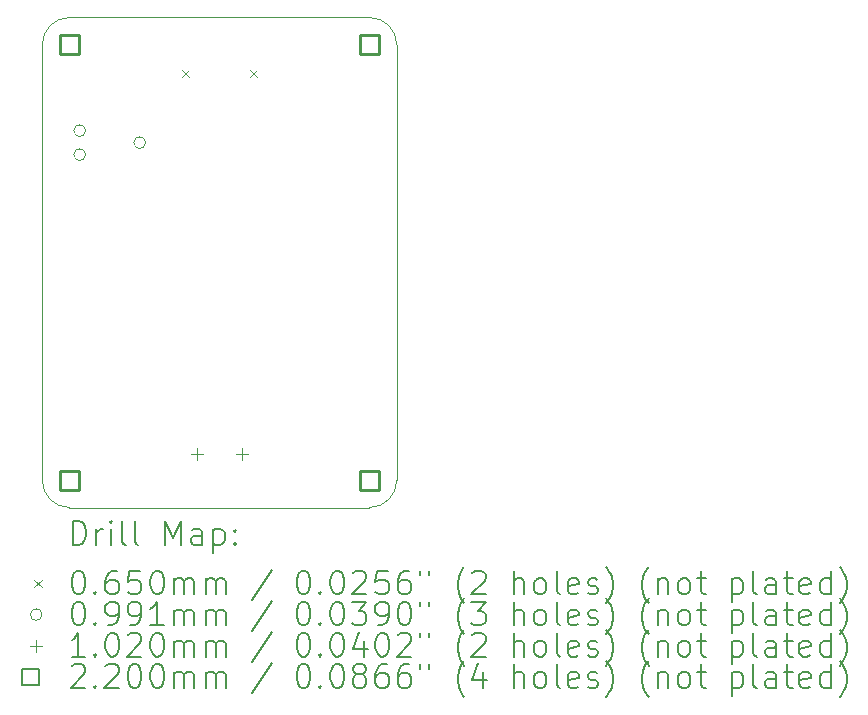
<source format=gbr>
%TF.GenerationSoftware,KiCad,Pcbnew,9.0.6*%
%TF.CreationDate,2026-01-06T10:29:41+09:00*%
%TF.ProjectId,VVDAP,56564441-502e-46b6-9963-61645f706362,rev?*%
%TF.SameCoordinates,Original*%
%TF.FileFunction,Drillmap*%
%TF.FilePolarity,Positive*%
%FSLAX45Y45*%
G04 Gerber Fmt 4.5, Leading zero omitted, Abs format (unit mm)*
G04 Created by KiCad (PCBNEW 9.0.6) date 2026-01-06 10:29:41*
%MOMM*%
%LPD*%
G01*
G04 APERTURE LIST*
%ADD10C,0.050000*%
%ADD11C,0.200000*%
%ADD12C,0.100000*%
%ADD13C,0.102000*%
%ADD14C,0.220000*%
G04 APERTURE END LIST*
D10*
X9500000Y-7920000D02*
X9500000Y-4230000D01*
X6730000Y-8150000D02*
X9270000Y-8150000D01*
X6500000Y-4230000D02*
X6500000Y-7920000D01*
X9270000Y-4000000D02*
X6730000Y-4000000D01*
X9270000Y-4000000D02*
G75*
G02*
X9500000Y-4230000I0J-230000D01*
G01*
X9500000Y-7920000D02*
G75*
G02*
X9270000Y-8150000I-230000J0D01*
G01*
X6730000Y-8150000D02*
G75*
G02*
X6500000Y-7920000I0J230000D01*
G01*
X6500000Y-4230000D02*
G75*
G02*
X6730000Y-4000000I230000J0D01*
G01*
D11*
D12*
X7678500Y-4443000D02*
X7743500Y-4508000D01*
X7743500Y-4443000D02*
X7678500Y-4508000D01*
X8256500Y-4443000D02*
X8321500Y-4508000D01*
X8321500Y-4443000D02*
X8256500Y-4508000D01*
X6865530Y-4958400D02*
G75*
G02*
X6766470Y-4958400I-49530J0D01*
G01*
X6766470Y-4958400D02*
G75*
G02*
X6865530Y-4958400I49530J0D01*
G01*
X6865530Y-5161600D02*
G75*
G02*
X6766470Y-5161600I-49530J0D01*
G01*
X6766470Y-5161600D02*
G75*
G02*
X6865530Y-5161600I49530J0D01*
G01*
X7373530Y-5060000D02*
G75*
G02*
X7274470Y-5060000I-49530J0D01*
G01*
X7274470Y-5060000D02*
G75*
G02*
X7373530Y-5060000I49530J0D01*
G01*
D13*
X7809500Y-7649000D02*
X7809500Y-7751000D01*
X7758500Y-7700000D02*
X7860500Y-7700000D01*
X8190500Y-7649000D02*
X8190500Y-7751000D01*
X8139500Y-7700000D02*
X8241500Y-7700000D01*
D14*
X6807782Y-4307783D02*
X6807782Y-4152217D01*
X6652217Y-4152217D01*
X6652217Y-4307783D01*
X6807782Y-4307783D01*
X6807782Y-7997782D02*
X6807782Y-7842217D01*
X6652217Y-7842217D01*
X6652217Y-7997782D01*
X6807782Y-7997782D01*
X9347783Y-4307783D02*
X9347783Y-4152217D01*
X9192218Y-4152217D01*
X9192218Y-4307783D01*
X9347783Y-4307783D01*
X9347783Y-7997782D02*
X9347783Y-7842217D01*
X9192218Y-7842217D01*
X9192218Y-7997782D01*
X9347783Y-7997782D01*
D11*
X6758277Y-8463984D02*
X6758277Y-8263984D01*
X6758277Y-8263984D02*
X6805896Y-8263984D01*
X6805896Y-8263984D02*
X6834467Y-8273508D01*
X6834467Y-8273508D02*
X6853515Y-8292555D01*
X6853515Y-8292555D02*
X6863039Y-8311603D01*
X6863039Y-8311603D02*
X6872562Y-8349698D01*
X6872562Y-8349698D02*
X6872562Y-8378269D01*
X6872562Y-8378269D02*
X6863039Y-8416365D01*
X6863039Y-8416365D02*
X6853515Y-8435412D01*
X6853515Y-8435412D02*
X6834467Y-8454460D01*
X6834467Y-8454460D02*
X6805896Y-8463984D01*
X6805896Y-8463984D02*
X6758277Y-8463984D01*
X6958277Y-8463984D02*
X6958277Y-8330650D01*
X6958277Y-8368746D02*
X6967801Y-8349698D01*
X6967801Y-8349698D02*
X6977324Y-8340174D01*
X6977324Y-8340174D02*
X6996372Y-8330650D01*
X6996372Y-8330650D02*
X7015420Y-8330650D01*
X7082086Y-8463984D02*
X7082086Y-8330650D01*
X7082086Y-8263984D02*
X7072562Y-8273508D01*
X7072562Y-8273508D02*
X7082086Y-8283031D01*
X7082086Y-8283031D02*
X7091610Y-8273508D01*
X7091610Y-8273508D02*
X7082086Y-8263984D01*
X7082086Y-8263984D02*
X7082086Y-8283031D01*
X7205896Y-8463984D02*
X7186848Y-8454460D01*
X7186848Y-8454460D02*
X7177324Y-8435412D01*
X7177324Y-8435412D02*
X7177324Y-8263984D01*
X7310658Y-8463984D02*
X7291610Y-8454460D01*
X7291610Y-8454460D02*
X7282086Y-8435412D01*
X7282086Y-8435412D02*
X7282086Y-8263984D01*
X7539229Y-8463984D02*
X7539229Y-8263984D01*
X7539229Y-8263984D02*
X7605896Y-8406841D01*
X7605896Y-8406841D02*
X7672562Y-8263984D01*
X7672562Y-8263984D02*
X7672562Y-8463984D01*
X7853515Y-8463984D02*
X7853515Y-8359222D01*
X7853515Y-8359222D02*
X7843991Y-8340174D01*
X7843991Y-8340174D02*
X7824943Y-8330650D01*
X7824943Y-8330650D02*
X7786848Y-8330650D01*
X7786848Y-8330650D02*
X7767801Y-8340174D01*
X7853515Y-8454460D02*
X7834467Y-8463984D01*
X7834467Y-8463984D02*
X7786848Y-8463984D01*
X7786848Y-8463984D02*
X7767801Y-8454460D01*
X7767801Y-8454460D02*
X7758277Y-8435412D01*
X7758277Y-8435412D02*
X7758277Y-8416365D01*
X7758277Y-8416365D02*
X7767801Y-8397317D01*
X7767801Y-8397317D02*
X7786848Y-8387793D01*
X7786848Y-8387793D02*
X7834467Y-8387793D01*
X7834467Y-8387793D02*
X7853515Y-8378269D01*
X7948753Y-8330650D02*
X7948753Y-8530650D01*
X7948753Y-8340174D02*
X7967801Y-8330650D01*
X7967801Y-8330650D02*
X8005896Y-8330650D01*
X8005896Y-8330650D02*
X8024943Y-8340174D01*
X8024943Y-8340174D02*
X8034467Y-8349698D01*
X8034467Y-8349698D02*
X8043991Y-8368746D01*
X8043991Y-8368746D02*
X8043991Y-8425889D01*
X8043991Y-8425889D02*
X8034467Y-8444936D01*
X8034467Y-8444936D02*
X8024943Y-8454460D01*
X8024943Y-8454460D02*
X8005896Y-8463984D01*
X8005896Y-8463984D02*
X7967801Y-8463984D01*
X7967801Y-8463984D02*
X7948753Y-8454460D01*
X8129705Y-8444936D02*
X8139229Y-8454460D01*
X8139229Y-8454460D02*
X8129705Y-8463984D01*
X8129705Y-8463984D02*
X8120182Y-8454460D01*
X8120182Y-8454460D02*
X8129705Y-8444936D01*
X8129705Y-8444936D02*
X8129705Y-8463984D01*
X8129705Y-8340174D02*
X8139229Y-8349698D01*
X8139229Y-8349698D02*
X8129705Y-8359222D01*
X8129705Y-8359222D02*
X8120182Y-8349698D01*
X8120182Y-8349698D02*
X8129705Y-8340174D01*
X8129705Y-8340174D02*
X8129705Y-8359222D01*
D12*
X6432500Y-8760000D02*
X6497500Y-8825000D01*
X6497500Y-8760000D02*
X6432500Y-8825000D01*
D11*
X6796372Y-8683984D02*
X6815420Y-8683984D01*
X6815420Y-8683984D02*
X6834467Y-8693508D01*
X6834467Y-8693508D02*
X6843991Y-8703031D01*
X6843991Y-8703031D02*
X6853515Y-8722079D01*
X6853515Y-8722079D02*
X6863039Y-8760174D01*
X6863039Y-8760174D02*
X6863039Y-8807793D01*
X6863039Y-8807793D02*
X6853515Y-8845889D01*
X6853515Y-8845889D02*
X6843991Y-8864936D01*
X6843991Y-8864936D02*
X6834467Y-8874460D01*
X6834467Y-8874460D02*
X6815420Y-8883984D01*
X6815420Y-8883984D02*
X6796372Y-8883984D01*
X6796372Y-8883984D02*
X6777324Y-8874460D01*
X6777324Y-8874460D02*
X6767801Y-8864936D01*
X6767801Y-8864936D02*
X6758277Y-8845889D01*
X6758277Y-8845889D02*
X6748753Y-8807793D01*
X6748753Y-8807793D02*
X6748753Y-8760174D01*
X6748753Y-8760174D02*
X6758277Y-8722079D01*
X6758277Y-8722079D02*
X6767801Y-8703031D01*
X6767801Y-8703031D02*
X6777324Y-8693508D01*
X6777324Y-8693508D02*
X6796372Y-8683984D01*
X6948753Y-8864936D02*
X6958277Y-8874460D01*
X6958277Y-8874460D02*
X6948753Y-8883984D01*
X6948753Y-8883984D02*
X6939229Y-8874460D01*
X6939229Y-8874460D02*
X6948753Y-8864936D01*
X6948753Y-8864936D02*
X6948753Y-8883984D01*
X7129705Y-8683984D02*
X7091610Y-8683984D01*
X7091610Y-8683984D02*
X7072562Y-8693508D01*
X7072562Y-8693508D02*
X7063039Y-8703031D01*
X7063039Y-8703031D02*
X7043991Y-8731603D01*
X7043991Y-8731603D02*
X7034467Y-8769698D01*
X7034467Y-8769698D02*
X7034467Y-8845889D01*
X7034467Y-8845889D02*
X7043991Y-8864936D01*
X7043991Y-8864936D02*
X7053515Y-8874460D01*
X7053515Y-8874460D02*
X7072562Y-8883984D01*
X7072562Y-8883984D02*
X7110658Y-8883984D01*
X7110658Y-8883984D02*
X7129705Y-8874460D01*
X7129705Y-8874460D02*
X7139229Y-8864936D01*
X7139229Y-8864936D02*
X7148753Y-8845889D01*
X7148753Y-8845889D02*
X7148753Y-8798270D01*
X7148753Y-8798270D02*
X7139229Y-8779222D01*
X7139229Y-8779222D02*
X7129705Y-8769698D01*
X7129705Y-8769698D02*
X7110658Y-8760174D01*
X7110658Y-8760174D02*
X7072562Y-8760174D01*
X7072562Y-8760174D02*
X7053515Y-8769698D01*
X7053515Y-8769698D02*
X7043991Y-8779222D01*
X7043991Y-8779222D02*
X7034467Y-8798270D01*
X7329705Y-8683984D02*
X7234467Y-8683984D01*
X7234467Y-8683984D02*
X7224943Y-8779222D01*
X7224943Y-8779222D02*
X7234467Y-8769698D01*
X7234467Y-8769698D02*
X7253515Y-8760174D01*
X7253515Y-8760174D02*
X7301134Y-8760174D01*
X7301134Y-8760174D02*
X7320182Y-8769698D01*
X7320182Y-8769698D02*
X7329705Y-8779222D01*
X7329705Y-8779222D02*
X7339229Y-8798270D01*
X7339229Y-8798270D02*
X7339229Y-8845889D01*
X7339229Y-8845889D02*
X7329705Y-8864936D01*
X7329705Y-8864936D02*
X7320182Y-8874460D01*
X7320182Y-8874460D02*
X7301134Y-8883984D01*
X7301134Y-8883984D02*
X7253515Y-8883984D01*
X7253515Y-8883984D02*
X7234467Y-8874460D01*
X7234467Y-8874460D02*
X7224943Y-8864936D01*
X7463039Y-8683984D02*
X7482086Y-8683984D01*
X7482086Y-8683984D02*
X7501134Y-8693508D01*
X7501134Y-8693508D02*
X7510658Y-8703031D01*
X7510658Y-8703031D02*
X7520182Y-8722079D01*
X7520182Y-8722079D02*
X7529705Y-8760174D01*
X7529705Y-8760174D02*
X7529705Y-8807793D01*
X7529705Y-8807793D02*
X7520182Y-8845889D01*
X7520182Y-8845889D02*
X7510658Y-8864936D01*
X7510658Y-8864936D02*
X7501134Y-8874460D01*
X7501134Y-8874460D02*
X7482086Y-8883984D01*
X7482086Y-8883984D02*
X7463039Y-8883984D01*
X7463039Y-8883984D02*
X7443991Y-8874460D01*
X7443991Y-8874460D02*
X7434467Y-8864936D01*
X7434467Y-8864936D02*
X7424943Y-8845889D01*
X7424943Y-8845889D02*
X7415420Y-8807793D01*
X7415420Y-8807793D02*
X7415420Y-8760174D01*
X7415420Y-8760174D02*
X7424943Y-8722079D01*
X7424943Y-8722079D02*
X7434467Y-8703031D01*
X7434467Y-8703031D02*
X7443991Y-8693508D01*
X7443991Y-8693508D02*
X7463039Y-8683984D01*
X7615420Y-8883984D02*
X7615420Y-8750650D01*
X7615420Y-8769698D02*
X7624943Y-8760174D01*
X7624943Y-8760174D02*
X7643991Y-8750650D01*
X7643991Y-8750650D02*
X7672563Y-8750650D01*
X7672563Y-8750650D02*
X7691610Y-8760174D01*
X7691610Y-8760174D02*
X7701134Y-8779222D01*
X7701134Y-8779222D02*
X7701134Y-8883984D01*
X7701134Y-8779222D02*
X7710658Y-8760174D01*
X7710658Y-8760174D02*
X7729705Y-8750650D01*
X7729705Y-8750650D02*
X7758277Y-8750650D01*
X7758277Y-8750650D02*
X7777324Y-8760174D01*
X7777324Y-8760174D02*
X7786848Y-8779222D01*
X7786848Y-8779222D02*
X7786848Y-8883984D01*
X7882086Y-8883984D02*
X7882086Y-8750650D01*
X7882086Y-8769698D02*
X7891610Y-8760174D01*
X7891610Y-8760174D02*
X7910658Y-8750650D01*
X7910658Y-8750650D02*
X7939229Y-8750650D01*
X7939229Y-8750650D02*
X7958277Y-8760174D01*
X7958277Y-8760174D02*
X7967801Y-8779222D01*
X7967801Y-8779222D02*
X7967801Y-8883984D01*
X7967801Y-8779222D02*
X7977324Y-8760174D01*
X7977324Y-8760174D02*
X7996372Y-8750650D01*
X7996372Y-8750650D02*
X8024943Y-8750650D01*
X8024943Y-8750650D02*
X8043991Y-8760174D01*
X8043991Y-8760174D02*
X8053515Y-8779222D01*
X8053515Y-8779222D02*
X8053515Y-8883984D01*
X8443991Y-8674460D02*
X8272563Y-8931603D01*
X8701134Y-8683984D02*
X8720182Y-8683984D01*
X8720182Y-8683984D02*
X8739229Y-8693508D01*
X8739229Y-8693508D02*
X8748753Y-8703031D01*
X8748753Y-8703031D02*
X8758277Y-8722079D01*
X8758277Y-8722079D02*
X8767801Y-8760174D01*
X8767801Y-8760174D02*
X8767801Y-8807793D01*
X8767801Y-8807793D02*
X8758277Y-8845889D01*
X8758277Y-8845889D02*
X8748753Y-8864936D01*
X8748753Y-8864936D02*
X8739229Y-8874460D01*
X8739229Y-8874460D02*
X8720182Y-8883984D01*
X8720182Y-8883984D02*
X8701134Y-8883984D01*
X8701134Y-8883984D02*
X8682087Y-8874460D01*
X8682087Y-8874460D02*
X8672563Y-8864936D01*
X8672563Y-8864936D02*
X8663039Y-8845889D01*
X8663039Y-8845889D02*
X8653515Y-8807793D01*
X8653515Y-8807793D02*
X8653515Y-8760174D01*
X8653515Y-8760174D02*
X8663039Y-8722079D01*
X8663039Y-8722079D02*
X8672563Y-8703031D01*
X8672563Y-8703031D02*
X8682087Y-8693508D01*
X8682087Y-8693508D02*
X8701134Y-8683984D01*
X8853515Y-8864936D02*
X8863039Y-8874460D01*
X8863039Y-8874460D02*
X8853515Y-8883984D01*
X8853515Y-8883984D02*
X8843991Y-8874460D01*
X8843991Y-8874460D02*
X8853515Y-8864936D01*
X8853515Y-8864936D02*
X8853515Y-8883984D01*
X8986848Y-8683984D02*
X9005896Y-8683984D01*
X9005896Y-8683984D02*
X9024944Y-8693508D01*
X9024944Y-8693508D02*
X9034468Y-8703031D01*
X9034468Y-8703031D02*
X9043991Y-8722079D01*
X9043991Y-8722079D02*
X9053515Y-8760174D01*
X9053515Y-8760174D02*
X9053515Y-8807793D01*
X9053515Y-8807793D02*
X9043991Y-8845889D01*
X9043991Y-8845889D02*
X9034468Y-8864936D01*
X9034468Y-8864936D02*
X9024944Y-8874460D01*
X9024944Y-8874460D02*
X9005896Y-8883984D01*
X9005896Y-8883984D02*
X8986848Y-8883984D01*
X8986848Y-8883984D02*
X8967801Y-8874460D01*
X8967801Y-8874460D02*
X8958277Y-8864936D01*
X8958277Y-8864936D02*
X8948753Y-8845889D01*
X8948753Y-8845889D02*
X8939229Y-8807793D01*
X8939229Y-8807793D02*
X8939229Y-8760174D01*
X8939229Y-8760174D02*
X8948753Y-8722079D01*
X8948753Y-8722079D02*
X8958277Y-8703031D01*
X8958277Y-8703031D02*
X8967801Y-8693508D01*
X8967801Y-8693508D02*
X8986848Y-8683984D01*
X9129706Y-8703031D02*
X9139229Y-8693508D01*
X9139229Y-8693508D02*
X9158277Y-8683984D01*
X9158277Y-8683984D02*
X9205896Y-8683984D01*
X9205896Y-8683984D02*
X9224944Y-8693508D01*
X9224944Y-8693508D02*
X9234468Y-8703031D01*
X9234468Y-8703031D02*
X9243991Y-8722079D01*
X9243991Y-8722079D02*
X9243991Y-8741127D01*
X9243991Y-8741127D02*
X9234468Y-8769698D01*
X9234468Y-8769698D02*
X9120182Y-8883984D01*
X9120182Y-8883984D02*
X9243991Y-8883984D01*
X9424944Y-8683984D02*
X9329706Y-8683984D01*
X9329706Y-8683984D02*
X9320182Y-8779222D01*
X9320182Y-8779222D02*
X9329706Y-8769698D01*
X9329706Y-8769698D02*
X9348753Y-8760174D01*
X9348753Y-8760174D02*
X9396372Y-8760174D01*
X9396372Y-8760174D02*
X9415420Y-8769698D01*
X9415420Y-8769698D02*
X9424944Y-8779222D01*
X9424944Y-8779222D02*
X9434468Y-8798270D01*
X9434468Y-8798270D02*
X9434468Y-8845889D01*
X9434468Y-8845889D02*
X9424944Y-8864936D01*
X9424944Y-8864936D02*
X9415420Y-8874460D01*
X9415420Y-8874460D02*
X9396372Y-8883984D01*
X9396372Y-8883984D02*
X9348753Y-8883984D01*
X9348753Y-8883984D02*
X9329706Y-8874460D01*
X9329706Y-8874460D02*
X9320182Y-8864936D01*
X9605896Y-8683984D02*
X9567801Y-8683984D01*
X9567801Y-8683984D02*
X9548753Y-8693508D01*
X9548753Y-8693508D02*
X9539229Y-8703031D01*
X9539229Y-8703031D02*
X9520182Y-8731603D01*
X9520182Y-8731603D02*
X9510658Y-8769698D01*
X9510658Y-8769698D02*
X9510658Y-8845889D01*
X9510658Y-8845889D02*
X9520182Y-8864936D01*
X9520182Y-8864936D02*
X9529706Y-8874460D01*
X9529706Y-8874460D02*
X9548753Y-8883984D01*
X9548753Y-8883984D02*
X9586849Y-8883984D01*
X9586849Y-8883984D02*
X9605896Y-8874460D01*
X9605896Y-8874460D02*
X9615420Y-8864936D01*
X9615420Y-8864936D02*
X9624944Y-8845889D01*
X9624944Y-8845889D02*
X9624944Y-8798270D01*
X9624944Y-8798270D02*
X9615420Y-8779222D01*
X9615420Y-8779222D02*
X9605896Y-8769698D01*
X9605896Y-8769698D02*
X9586849Y-8760174D01*
X9586849Y-8760174D02*
X9548753Y-8760174D01*
X9548753Y-8760174D02*
X9529706Y-8769698D01*
X9529706Y-8769698D02*
X9520182Y-8779222D01*
X9520182Y-8779222D02*
X9510658Y-8798270D01*
X9701134Y-8683984D02*
X9701134Y-8722079D01*
X9777325Y-8683984D02*
X9777325Y-8722079D01*
X10072563Y-8960174D02*
X10063039Y-8950650D01*
X10063039Y-8950650D02*
X10043991Y-8922079D01*
X10043991Y-8922079D02*
X10034468Y-8903031D01*
X10034468Y-8903031D02*
X10024944Y-8874460D01*
X10024944Y-8874460D02*
X10015420Y-8826841D01*
X10015420Y-8826841D02*
X10015420Y-8788746D01*
X10015420Y-8788746D02*
X10024944Y-8741127D01*
X10024944Y-8741127D02*
X10034468Y-8712555D01*
X10034468Y-8712555D02*
X10043991Y-8693508D01*
X10043991Y-8693508D02*
X10063039Y-8664936D01*
X10063039Y-8664936D02*
X10072563Y-8655412D01*
X10139230Y-8703031D02*
X10148753Y-8693508D01*
X10148753Y-8693508D02*
X10167801Y-8683984D01*
X10167801Y-8683984D02*
X10215420Y-8683984D01*
X10215420Y-8683984D02*
X10234468Y-8693508D01*
X10234468Y-8693508D02*
X10243991Y-8703031D01*
X10243991Y-8703031D02*
X10253515Y-8722079D01*
X10253515Y-8722079D02*
X10253515Y-8741127D01*
X10253515Y-8741127D02*
X10243991Y-8769698D01*
X10243991Y-8769698D02*
X10129706Y-8883984D01*
X10129706Y-8883984D02*
X10253515Y-8883984D01*
X10491611Y-8883984D02*
X10491611Y-8683984D01*
X10577325Y-8883984D02*
X10577325Y-8779222D01*
X10577325Y-8779222D02*
X10567801Y-8760174D01*
X10567801Y-8760174D02*
X10548753Y-8750650D01*
X10548753Y-8750650D02*
X10520182Y-8750650D01*
X10520182Y-8750650D02*
X10501134Y-8760174D01*
X10501134Y-8760174D02*
X10491611Y-8769698D01*
X10701134Y-8883984D02*
X10682087Y-8874460D01*
X10682087Y-8874460D02*
X10672563Y-8864936D01*
X10672563Y-8864936D02*
X10663039Y-8845889D01*
X10663039Y-8845889D02*
X10663039Y-8788746D01*
X10663039Y-8788746D02*
X10672563Y-8769698D01*
X10672563Y-8769698D02*
X10682087Y-8760174D01*
X10682087Y-8760174D02*
X10701134Y-8750650D01*
X10701134Y-8750650D02*
X10729706Y-8750650D01*
X10729706Y-8750650D02*
X10748753Y-8760174D01*
X10748753Y-8760174D02*
X10758277Y-8769698D01*
X10758277Y-8769698D02*
X10767801Y-8788746D01*
X10767801Y-8788746D02*
X10767801Y-8845889D01*
X10767801Y-8845889D02*
X10758277Y-8864936D01*
X10758277Y-8864936D02*
X10748753Y-8874460D01*
X10748753Y-8874460D02*
X10729706Y-8883984D01*
X10729706Y-8883984D02*
X10701134Y-8883984D01*
X10882087Y-8883984D02*
X10863039Y-8874460D01*
X10863039Y-8874460D02*
X10853515Y-8855412D01*
X10853515Y-8855412D02*
X10853515Y-8683984D01*
X11034468Y-8874460D02*
X11015420Y-8883984D01*
X11015420Y-8883984D02*
X10977325Y-8883984D01*
X10977325Y-8883984D02*
X10958277Y-8874460D01*
X10958277Y-8874460D02*
X10948753Y-8855412D01*
X10948753Y-8855412D02*
X10948753Y-8779222D01*
X10948753Y-8779222D02*
X10958277Y-8760174D01*
X10958277Y-8760174D02*
X10977325Y-8750650D01*
X10977325Y-8750650D02*
X11015420Y-8750650D01*
X11015420Y-8750650D02*
X11034468Y-8760174D01*
X11034468Y-8760174D02*
X11043992Y-8779222D01*
X11043992Y-8779222D02*
X11043992Y-8798270D01*
X11043992Y-8798270D02*
X10948753Y-8817317D01*
X11120182Y-8874460D02*
X11139230Y-8883984D01*
X11139230Y-8883984D02*
X11177325Y-8883984D01*
X11177325Y-8883984D02*
X11196372Y-8874460D01*
X11196372Y-8874460D02*
X11205896Y-8855412D01*
X11205896Y-8855412D02*
X11205896Y-8845889D01*
X11205896Y-8845889D02*
X11196372Y-8826841D01*
X11196372Y-8826841D02*
X11177325Y-8817317D01*
X11177325Y-8817317D02*
X11148753Y-8817317D01*
X11148753Y-8817317D02*
X11129706Y-8807793D01*
X11129706Y-8807793D02*
X11120182Y-8788746D01*
X11120182Y-8788746D02*
X11120182Y-8779222D01*
X11120182Y-8779222D02*
X11129706Y-8760174D01*
X11129706Y-8760174D02*
X11148753Y-8750650D01*
X11148753Y-8750650D02*
X11177325Y-8750650D01*
X11177325Y-8750650D02*
X11196372Y-8760174D01*
X11272563Y-8960174D02*
X11282087Y-8950650D01*
X11282087Y-8950650D02*
X11301134Y-8922079D01*
X11301134Y-8922079D02*
X11310658Y-8903031D01*
X11310658Y-8903031D02*
X11320182Y-8874460D01*
X11320182Y-8874460D02*
X11329706Y-8826841D01*
X11329706Y-8826841D02*
X11329706Y-8788746D01*
X11329706Y-8788746D02*
X11320182Y-8741127D01*
X11320182Y-8741127D02*
X11310658Y-8712555D01*
X11310658Y-8712555D02*
X11301134Y-8693508D01*
X11301134Y-8693508D02*
X11282087Y-8664936D01*
X11282087Y-8664936D02*
X11272563Y-8655412D01*
X11634468Y-8960174D02*
X11624944Y-8950650D01*
X11624944Y-8950650D02*
X11605896Y-8922079D01*
X11605896Y-8922079D02*
X11596372Y-8903031D01*
X11596372Y-8903031D02*
X11586849Y-8874460D01*
X11586849Y-8874460D02*
X11577325Y-8826841D01*
X11577325Y-8826841D02*
X11577325Y-8788746D01*
X11577325Y-8788746D02*
X11586849Y-8741127D01*
X11586849Y-8741127D02*
X11596372Y-8712555D01*
X11596372Y-8712555D02*
X11605896Y-8693508D01*
X11605896Y-8693508D02*
X11624944Y-8664936D01*
X11624944Y-8664936D02*
X11634468Y-8655412D01*
X11710658Y-8750650D02*
X11710658Y-8883984D01*
X11710658Y-8769698D02*
X11720182Y-8760174D01*
X11720182Y-8760174D02*
X11739230Y-8750650D01*
X11739230Y-8750650D02*
X11767801Y-8750650D01*
X11767801Y-8750650D02*
X11786849Y-8760174D01*
X11786849Y-8760174D02*
X11796372Y-8779222D01*
X11796372Y-8779222D02*
X11796372Y-8883984D01*
X11920182Y-8883984D02*
X11901134Y-8874460D01*
X11901134Y-8874460D02*
X11891611Y-8864936D01*
X11891611Y-8864936D02*
X11882087Y-8845889D01*
X11882087Y-8845889D02*
X11882087Y-8788746D01*
X11882087Y-8788746D02*
X11891611Y-8769698D01*
X11891611Y-8769698D02*
X11901134Y-8760174D01*
X11901134Y-8760174D02*
X11920182Y-8750650D01*
X11920182Y-8750650D02*
X11948753Y-8750650D01*
X11948753Y-8750650D02*
X11967801Y-8760174D01*
X11967801Y-8760174D02*
X11977325Y-8769698D01*
X11977325Y-8769698D02*
X11986849Y-8788746D01*
X11986849Y-8788746D02*
X11986849Y-8845889D01*
X11986849Y-8845889D02*
X11977325Y-8864936D01*
X11977325Y-8864936D02*
X11967801Y-8874460D01*
X11967801Y-8874460D02*
X11948753Y-8883984D01*
X11948753Y-8883984D02*
X11920182Y-8883984D01*
X12043992Y-8750650D02*
X12120182Y-8750650D01*
X12072563Y-8683984D02*
X12072563Y-8855412D01*
X12072563Y-8855412D02*
X12082087Y-8874460D01*
X12082087Y-8874460D02*
X12101134Y-8883984D01*
X12101134Y-8883984D02*
X12120182Y-8883984D01*
X12339230Y-8750650D02*
X12339230Y-8950650D01*
X12339230Y-8760174D02*
X12358277Y-8750650D01*
X12358277Y-8750650D02*
X12396373Y-8750650D01*
X12396373Y-8750650D02*
X12415420Y-8760174D01*
X12415420Y-8760174D02*
X12424944Y-8769698D01*
X12424944Y-8769698D02*
X12434468Y-8788746D01*
X12434468Y-8788746D02*
X12434468Y-8845889D01*
X12434468Y-8845889D02*
X12424944Y-8864936D01*
X12424944Y-8864936D02*
X12415420Y-8874460D01*
X12415420Y-8874460D02*
X12396373Y-8883984D01*
X12396373Y-8883984D02*
X12358277Y-8883984D01*
X12358277Y-8883984D02*
X12339230Y-8874460D01*
X12548753Y-8883984D02*
X12529706Y-8874460D01*
X12529706Y-8874460D02*
X12520182Y-8855412D01*
X12520182Y-8855412D02*
X12520182Y-8683984D01*
X12710658Y-8883984D02*
X12710658Y-8779222D01*
X12710658Y-8779222D02*
X12701134Y-8760174D01*
X12701134Y-8760174D02*
X12682087Y-8750650D01*
X12682087Y-8750650D02*
X12643992Y-8750650D01*
X12643992Y-8750650D02*
X12624944Y-8760174D01*
X12710658Y-8874460D02*
X12691611Y-8883984D01*
X12691611Y-8883984D02*
X12643992Y-8883984D01*
X12643992Y-8883984D02*
X12624944Y-8874460D01*
X12624944Y-8874460D02*
X12615420Y-8855412D01*
X12615420Y-8855412D02*
X12615420Y-8836365D01*
X12615420Y-8836365D02*
X12624944Y-8817317D01*
X12624944Y-8817317D02*
X12643992Y-8807793D01*
X12643992Y-8807793D02*
X12691611Y-8807793D01*
X12691611Y-8807793D02*
X12710658Y-8798270D01*
X12777325Y-8750650D02*
X12853515Y-8750650D01*
X12805896Y-8683984D02*
X12805896Y-8855412D01*
X12805896Y-8855412D02*
X12815420Y-8874460D01*
X12815420Y-8874460D02*
X12834468Y-8883984D01*
X12834468Y-8883984D02*
X12853515Y-8883984D01*
X12996373Y-8874460D02*
X12977325Y-8883984D01*
X12977325Y-8883984D02*
X12939230Y-8883984D01*
X12939230Y-8883984D02*
X12920182Y-8874460D01*
X12920182Y-8874460D02*
X12910658Y-8855412D01*
X12910658Y-8855412D02*
X12910658Y-8779222D01*
X12910658Y-8779222D02*
X12920182Y-8760174D01*
X12920182Y-8760174D02*
X12939230Y-8750650D01*
X12939230Y-8750650D02*
X12977325Y-8750650D01*
X12977325Y-8750650D02*
X12996373Y-8760174D01*
X12996373Y-8760174D02*
X13005896Y-8779222D01*
X13005896Y-8779222D02*
X13005896Y-8798270D01*
X13005896Y-8798270D02*
X12910658Y-8817317D01*
X13177325Y-8883984D02*
X13177325Y-8683984D01*
X13177325Y-8874460D02*
X13158277Y-8883984D01*
X13158277Y-8883984D02*
X13120182Y-8883984D01*
X13120182Y-8883984D02*
X13101134Y-8874460D01*
X13101134Y-8874460D02*
X13091611Y-8864936D01*
X13091611Y-8864936D02*
X13082087Y-8845889D01*
X13082087Y-8845889D02*
X13082087Y-8788746D01*
X13082087Y-8788746D02*
X13091611Y-8769698D01*
X13091611Y-8769698D02*
X13101134Y-8760174D01*
X13101134Y-8760174D02*
X13120182Y-8750650D01*
X13120182Y-8750650D02*
X13158277Y-8750650D01*
X13158277Y-8750650D02*
X13177325Y-8760174D01*
X13253515Y-8960174D02*
X13263039Y-8950650D01*
X13263039Y-8950650D02*
X13282087Y-8922079D01*
X13282087Y-8922079D02*
X13291611Y-8903031D01*
X13291611Y-8903031D02*
X13301134Y-8874460D01*
X13301134Y-8874460D02*
X13310658Y-8826841D01*
X13310658Y-8826841D02*
X13310658Y-8788746D01*
X13310658Y-8788746D02*
X13301134Y-8741127D01*
X13301134Y-8741127D02*
X13291611Y-8712555D01*
X13291611Y-8712555D02*
X13282087Y-8693508D01*
X13282087Y-8693508D02*
X13263039Y-8664936D01*
X13263039Y-8664936D02*
X13253515Y-8655412D01*
D12*
X6497500Y-9056500D02*
G75*
G02*
X6398440Y-9056500I-49530J0D01*
G01*
X6398440Y-9056500D02*
G75*
G02*
X6497500Y-9056500I49530J0D01*
G01*
D11*
X6796372Y-8947984D02*
X6815420Y-8947984D01*
X6815420Y-8947984D02*
X6834467Y-8957508D01*
X6834467Y-8957508D02*
X6843991Y-8967031D01*
X6843991Y-8967031D02*
X6853515Y-8986079D01*
X6853515Y-8986079D02*
X6863039Y-9024174D01*
X6863039Y-9024174D02*
X6863039Y-9071793D01*
X6863039Y-9071793D02*
X6853515Y-9109889D01*
X6853515Y-9109889D02*
X6843991Y-9128936D01*
X6843991Y-9128936D02*
X6834467Y-9138460D01*
X6834467Y-9138460D02*
X6815420Y-9147984D01*
X6815420Y-9147984D02*
X6796372Y-9147984D01*
X6796372Y-9147984D02*
X6777324Y-9138460D01*
X6777324Y-9138460D02*
X6767801Y-9128936D01*
X6767801Y-9128936D02*
X6758277Y-9109889D01*
X6758277Y-9109889D02*
X6748753Y-9071793D01*
X6748753Y-9071793D02*
X6748753Y-9024174D01*
X6748753Y-9024174D02*
X6758277Y-8986079D01*
X6758277Y-8986079D02*
X6767801Y-8967031D01*
X6767801Y-8967031D02*
X6777324Y-8957508D01*
X6777324Y-8957508D02*
X6796372Y-8947984D01*
X6948753Y-9128936D02*
X6958277Y-9138460D01*
X6958277Y-9138460D02*
X6948753Y-9147984D01*
X6948753Y-9147984D02*
X6939229Y-9138460D01*
X6939229Y-9138460D02*
X6948753Y-9128936D01*
X6948753Y-9128936D02*
X6948753Y-9147984D01*
X7053515Y-9147984D02*
X7091610Y-9147984D01*
X7091610Y-9147984D02*
X7110658Y-9138460D01*
X7110658Y-9138460D02*
X7120182Y-9128936D01*
X7120182Y-9128936D02*
X7139229Y-9100365D01*
X7139229Y-9100365D02*
X7148753Y-9062270D01*
X7148753Y-9062270D02*
X7148753Y-8986079D01*
X7148753Y-8986079D02*
X7139229Y-8967031D01*
X7139229Y-8967031D02*
X7129705Y-8957508D01*
X7129705Y-8957508D02*
X7110658Y-8947984D01*
X7110658Y-8947984D02*
X7072562Y-8947984D01*
X7072562Y-8947984D02*
X7053515Y-8957508D01*
X7053515Y-8957508D02*
X7043991Y-8967031D01*
X7043991Y-8967031D02*
X7034467Y-8986079D01*
X7034467Y-8986079D02*
X7034467Y-9033698D01*
X7034467Y-9033698D02*
X7043991Y-9052746D01*
X7043991Y-9052746D02*
X7053515Y-9062270D01*
X7053515Y-9062270D02*
X7072562Y-9071793D01*
X7072562Y-9071793D02*
X7110658Y-9071793D01*
X7110658Y-9071793D02*
X7129705Y-9062270D01*
X7129705Y-9062270D02*
X7139229Y-9052746D01*
X7139229Y-9052746D02*
X7148753Y-9033698D01*
X7243991Y-9147984D02*
X7282086Y-9147984D01*
X7282086Y-9147984D02*
X7301134Y-9138460D01*
X7301134Y-9138460D02*
X7310658Y-9128936D01*
X7310658Y-9128936D02*
X7329705Y-9100365D01*
X7329705Y-9100365D02*
X7339229Y-9062270D01*
X7339229Y-9062270D02*
X7339229Y-8986079D01*
X7339229Y-8986079D02*
X7329705Y-8967031D01*
X7329705Y-8967031D02*
X7320182Y-8957508D01*
X7320182Y-8957508D02*
X7301134Y-8947984D01*
X7301134Y-8947984D02*
X7263039Y-8947984D01*
X7263039Y-8947984D02*
X7243991Y-8957508D01*
X7243991Y-8957508D02*
X7234467Y-8967031D01*
X7234467Y-8967031D02*
X7224943Y-8986079D01*
X7224943Y-8986079D02*
X7224943Y-9033698D01*
X7224943Y-9033698D02*
X7234467Y-9052746D01*
X7234467Y-9052746D02*
X7243991Y-9062270D01*
X7243991Y-9062270D02*
X7263039Y-9071793D01*
X7263039Y-9071793D02*
X7301134Y-9071793D01*
X7301134Y-9071793D02*
X7320182Y-9062270D01*
X7320182Y-9062270D02*
X7329705Y-9052746D01*
X7329705Y-9052746D02*
X7339229Y-9033698D01*
X7529705Y-9147984D02*
X7415420Y-9147984D01*
X7472562Y-9147984D02*
X7472562Y-8947984D01*
X7472562Y-8947984D02*
X7453515Y-8976555D01*
X7453515Y-8976555D02*
X7434467Y-8995603D01*
X7434467Y-8995603D02*
X7415420Y-9005127D01*
X7615420Y-9147984D02*
X7615420Y-9014650D01*
X7615420Y-9033698D02*
X7624943Y-9024174D01*
X7624943Y-9024174D02*
X7643991Y-9014650D01*
X7643991Y-9014650D02*
X7672563Y-9014650D01*
X7672563Y-9014650D02*
X7691610Y-9024174D01*
X7691610Y-9024174D02*
X7701134Y-9043222D01*
X7701134Y-9043222D02*
X7701134Y-9147984D01*
X7701134Y-9043222D02*
X7710658Y-9024174D01*
X7710658Y-9024174D02*
X7729705Y-9014650D01*
X7729705Y-9014650D02*
X7758277Y-9014650D01*
X7758277Y-9014650D02*
X7777324Y-9024174D01*
X7777324Y-9024174D02*
X7786848Y-9043222D01*
X7786848Y-9043222D02*
X7786848Y-9147984D01*
X7882086Y-9147984D02*
X7882086Y-9014650D01*
X7882086Y-9033698D02*
X7891610Y-9024174D01*
X7891610Y-9024174D02*
X7910658Y-9014650D01*
X7910658Y-9014650D02*
X7939229Y-9014650D01*
X7939229Y-9014650D02*
X7958277Y-9024174D01*
X7958277Y-9024174D02*
X7967801Y-9043222D01*
X7967801Y-9043222D02*
X7967801Y-9147984D01*
X7967801Y-9043222D02*
X7977324Y-9024174D01*
X7977324Y-9024174D02*
X7996372Y-9014650D01*
X7996372Y-9014650D02*
X8024943Y-9014650D01*
X8024943Y-9014650D02*
X8043991Y-9024174D01*
X8043991Y-9024174D02*
X8053515Y-9043222D01*
X8053515Y-9043222D02*
X8053515Y-9147984D01*
X8443991Y-8938460D02*
X8272563Y-9195603D01*
X8701134Y-8947984D02*
X8720182Y-8947984D01*
X8720182Y-8947984D02*
X8739229Y-8957508D01*
X8739229Y-8957508D02*
X8748753Y-8967031D01*
X8748753Y-8967031D02*
X8758277Y-8986079D01*
X8758277Y-8986079D02*
X8767801Y-9024174D01*
X8767801Y-9024174D02*
X8767801Y-9071793D01*
X8767801Y-9071793D02*
X8758277Y-9109889D01*
X8758277Y-9109889D02*
X8748753Y-9128936D01*
X8748753Y-9128936D02*
X8739229Y-9138460D01*
X8739229Y-9138460D02*
X8720182Y-9147984D01*
X8720182Y-9147984D02*
X8701134Y-9147984D01*
X8701134Y-9147984D02*
X8682087Y-9138460D01*
X8682087Y-9138460D02*
X8672563Y-9128936D01*
X8672563Y-9128936D02*
X8663039Y-9109889D01*
X8663039Y-9109889D02*
X8653515Y-9071793D01*
X8653515Y-9071793D02*
X8653515Y-9024174D01*
X8653515Y-9024174D02*
X8663039Y-8986079D01*
X8663039Y-8986079D02*
X8672563Y-8967031D01*
X8672563Y-8967031D02*
X8682087Y-8957508D01*
X8682087Y-8957508D02*
X8701134Y-8947984D01*
X8853515Y-9128936D02*
X8863039Y-9138460D01*
X8863039Y-9138460D02*
X8853515Y-9147984D01*
X8853515Y-9147984D02*
X8843991Y-9138460D01*
X8843991Y-9138460D02*
X8853515Y-9128936D01*
X8853515Y-9128936D02*
X8853515Y-9147984D01*
X8986848Y-8947984D02*
X9005896Y-8947984D01*
X9005896Y-8947984D02*
X9024944Y-8957508D01*
X9024944Y-8957508D02*
X9034468Y-8967031D01*
X9034468Y-8967031D02*
X9043991Y-8986079D01*
X9043991Y-8986079D02*
X9053515Y-9024174D01*
X9053515Y-9024174D02*
X9053515Y-9071793D01*
X9053515Y-9071793D02*
X9043991Y-9109889D01*
X9043991Y-9109889D02*
X9034468Y-9128936D01*
X9034468Y-9128936D02*
X9024944Y-9138460D01*
X9024944Y-9138460D02*
X9005896Y-9147984D01*
X9005896Y-9147984D02*
X8986848Y-9147984D01*
X8986848Y-9147984D02*
X8967801Y-9138460D01*
X8967801Y-9138460D02*
X8958277Y-9128936D01*
X8958277Y-9128936D02*
X8948753Y-9109889D01*
X8948753Y-9109889D02*
X8939229Y-9071793D01*
X8939229Y-9071793D02*
X8939229Y-9024174D01*
X8939229Y-9024174D02*
X8948753Y-8986079D01*
X8948753Y-8986079D02*
X8958277Y-8967031D01*
X8958277Y-8967031D02*
X8967801Y-8957508D01*
X8967801Y-8957508D02*
X8986848Y-8947984D01*
X9120182Y-8947984D02*
X9243991Y-8947984D01*
X9243991Y-8947984D02*
X9177325Y-9024174D01*
X9177325Y-9024174D02*
X9205896Y-9024174D01*
X9205896Y-9024174D02*
X9224944Y-9033698D01*
X9224944Y-9033698D02*
X9234468Y-9043222D01*
X9234468Y-9043222D02*
X9243991Y-9062270D01*
X9243991Y-9062270D02*
X9243991Y-9109889D01*
X9243991Y-9109889D02*
X9234468Y-9128936D01*
X9234468Y-9128936D02*
X9224944Y-9138460D01*
X9224944Y-9138460D02*
X9205896Y-9147984D01*
X9205896Y-9147984D02*
X9148753Y-9147984D01*
X9148753Y-9147984D02*
X9129706Y-9138460D01*
X9129706Y-9138460D02*
X9120182Y-9128936D01*
X9339229Y-9147984D02*
X9377325Y-9147984D01*
X9377325Y-9147984D02*
X9396372Y-9138460D01*
X9396372Y-9138460D02*
X9405896Y-9128936D01*
X9405896Y-9128936D02*
X9424944Y-9100365D01*
X9424944Y-9100365D02*
X9434468Y-9062270D01*
X9434468Y-9062270D02*
X9434468Y-8986079D01*
X9434468Y-8986079D02*
X9424944Y-8967031D01*
X9424944Y-8967031D02*
X9415420Y-8957508D01*
X9415420Y-8957508D02*
X9396372Y-8947984D01*
X9396372Y-8947984D02*
X9358277Y-8947984D01*
X9358277Y-8947984D02*
X9339229Y-8957508D01*
X9339229Y-8957508D02*
X9329706Y-8967031D01*
X9329706Y-8967031D02*
X9320182Y-8986079D01*
X9320182Y-8986079D02*
X9320182Y-9033698D01*
X9320182Y-9033698D02*
X9329706Y-9052746D01*
X9329706Y-9052746D02*
X9339229Y-9062270D01*
X9339229Y-9062270D02*
X9358277Y-9071793D01*
X9358277Y-9071793D02*
X9396372Y-9071793D01*
X9396372Y-9071793D02*
X9415420Y-9062270D01*
X9415420Y-9062270D02*
X9424944Y-9052746D01*
X9424944Y-9052746D02*
X9434468Y-9033698D01*
X9558277Y-8947984D02*
X9577325Y-8947984D01*
X9577325Y-8947984D02*
X9596372Y-8957508D01*
X9596372Y-8957508D02*
X9605896Y-8967031D01*
X9605896Y-8967031D02*
X9615420Y-8986079D01*
X9615420Y-8986079D02*
X9624944Y-9024174D01*
X9624944Y-9024174D02*
X9624944Y-9071793D01*
X9624944Y-9071793D02*
X9615420Y-9109889D01*
X9615420Y-9109889D02*
X9605896Y-9128936D01*
X9605896Y-9128936D02*
X9596372Y-9138460D01*
X9596372Y-9138460D02*
X9577325Y-9147984D01*
X9577325Y-9147984D02*
X9558277Y-9147984D01*
X9558277Y-9147984D02*
X9539229Y-9138460D01*
X9539229Y-9138460D02*
X9529706Y-9128936D01*
X9529706Y-9128936D02*
X9520182Y-9109889D01*
X9520182Y-9109889D02*
X9510658Y-9071793D01*
X9510658Y-9071793D02*
X9510658Y-9024174D01*
X9510658Y-9024174D02*
X9520182Y-8986079D01*
X9520182Y-8986079D02*
X9529706Y-8967031D01*
X9529706Y-8967031D02*
X9539229Y-8957508D01*
X9539229Y-8957508D02*
X9558277Y-8947984D01*
X9701134Y-8947984D02*
X9701134Y-8986079D01*
X9777325Y-8947984D02*
X9777325Y-8986079D01*
X10072563Y-9224174D02*
X10063039Y-9214650D01*
X10063039Y-9214650D02*
X10043991Y-9186079D01*
X10043991Y-9186079D02*
X10034468Y-9167031D01*
X10034468Y-9167031D02*
X10024944Y-9138460D01*
X10024944Y-9138460D02*
X10015420Y-9090841D01*
X10015420Y-9090841D02*
X10015420Y-9052746D01*
X10015420Y-9052746D02*
X10024944Y-9005127D01*
X10024944Y-9005127D02*
X10034468Y-8976555D01*
X10034468Y-8976555D02*
X10043991Y-8957508D01*
X10043991Y-8957508D02*
X10063039Y-8928936D01*
X10063039Y-8928936D02*
X10072563Y-8919412D01*
X10129706Y-8947984D02*
X10253515Y-8947984D01*
X10253515Y-8947984D02*
X10186849Y-9024174D01*
X10186849Y-9024174D02*
X10215420Y-9024174D01*
X10215420Y-9024174D02*
X10234468Y-9033698D01*
X10234468Y-9033698D02*
X10243991Y-9043222D01*
X10243991Y-9043222D02*
X10253515Y-9062270D01*
X10253515Y-9062270D02*
X10253515Y-9109889D01*
X10253515Y-9109889D02*
X10243991Y-9128936D01*
X10243991Y-9128936D02*
X10234468Y-9138460D01*
X10234468Y-9138460D02*
X10215420Y-9147984D01*
X10215420Y-9147984D02*
X10158277Y-9147984D01*
X10158277Y-9147984D02*
X10139230Y-9138460D01*
X10139230Y-9138460D02*
X10129706Y-9128936D01*
X10491611Y-9147984D02*
X10491611Y-8947984D01*
X10577325Y-9147984D02*
X10577325Y-9043222D01*
X10577325Y-9043222D02*
X10567801Y-9024174D01*
X10567801Y-9024174D02*
X10548753Y-9014650D01*
X10548753Y-9014650D02*
X10520182Y-9014650D01*
X10520182Y-9014650D02*
X10501134Y-9024174D01*
X10501134Y-9024174D02*
X10491611Y-9033698D01*
X10701134Y-9147984D02*
X10682087Y-9138460D01*
X10682087Y-9138460D02*
X10672563Y-9128936D01*
X10672563Y-9128936D02*
X10663039Y-9109889D01*
X10663039Y-9109889D02*
X10663039Y-9052746D01*
X10663039Y-9052746D02*
X10672563Y-9033698D01*
X10672563Y-9033698D02*
X10682087Y-9024174D01*
X10682087Y-9024174D02*
X10701134Y-9014650D01*
X10701134Y-9014650D02*
X10729706Y-9014650D01*
X10729706Y-9014650D02*
X10748753Y-9024174D01*
X10748753Y-9024174D02*
X10758277Y-9033698D01*
X10758277Y-9033698D02*
X10767801Y-9052746D01*
X10767801Y-9052746D02*
X10767801Y-9109889D01*
X10767801Y-9109889D02*
X10758277Y-9128936D01*
X10758277Y-9128936D02*
X10748753Y-9138460D01*
X10748753Y-9138460D02*
X10729706Y-9147984D01*
X10729706Y-9147984D02*
X10701134Y-9147984D01*
X10882087Y-9147984D02*
X10863039Y-9138460D01*
X10863039Y-9138460D02*
X10853515Y-9119412D01*
X10853515Y-9119412D02*
X10853515Y-8947984D01*
X11034468Y-9138460D02*
X11015420Y-9147984D01*
X11015420Y-9147984D02*
X10977325Y-9147984D01*
X10977325Y-9147984D02*
X10958277Y-9138460D01*
X10958277Y-9138460D02*
X10948753Y-9119412D01*
X10948753Y-9119412D02*
X10948753Y-9043222D01*
X10948753Y-9043222D02*
X10958277Y-9024174D01*
X10958277Y-9024174D02*
X10977325Y-9014650D01*
X10977325Y-9014650D02*
X11015420Y-9014650D01*
X11015420Y-9014650D02*
X11034468Y-9024174D01*
X11034468Y-9024174D02*
X11043992Y-9043222D01*
X11043992Y-9043222D02*
X11043992Y-9062270D01*
X11043992Y-9062270D02*
X10948753Y-9081317D01*
X11120182Y-9138460D02*
X11139230Y-9147984D01*
X11139230Y-9147984D02*
X11177325Y-9147984D01*
X11177325Y-9147984D02*
X11196372Y-9138460D01*
X11196372Y-9138460D02*
X11205896Y-9119412D01*
X11205896Y-9119412D02*
X11205896Y-9109889D01*
X11205896Y-9109889D02*
X11196372Y-9090841D01*
X11196372Y-9090841D02*
X11177325Y-9081317D01*
X11177325Y-9081317D02*
X11148753Y-9081317D01*
X11148753Y-9081317D02*
X11129706Y-9071793D01*
X11129706Y-9071793D02*
X11120182Y-9052746D01*
X11120182Y-9052746D02*
X11120182Y-9043222D01*
X11120182Y-9043222D02*
X11129706Y-9024174D01*
X11129706Y-9024174D02*
X11148753Y-9014650D01*
X11148753Y-9014650D02*
X11177325Y-9014650D01*
X11177325Y-9014650D02*
X11196372Y-9024174D01*
X11272563Y-9224174D02*
X11282087Y-9214650D01*
X11282087Y-9214650D02*
X11301134Y-9186079D01*
X11301134Y-9186079D02*
X11310658Y-9167031D01*
X11310658Y-9167031D02*
X11320182Y-9138460D01*
X11320182Y-9138460D02*
X11329706Y-9090841D01*
X11329706Y-9090841D02*
X11329706Y-9052746D01*
X11329706Y-9052746D02*
X11320182Y-9005127D01*
X11320182Y-9005127D02*
X11310658Y-8976555D01*
X11310658Y-8976555D02*
X11301134Y-8957508D01*
X11301134Y-8957508D02*
X11282087Y-8928936D01*
X11282087Y-8928936D02*
X11272563Y-8919412D01*
X11634468Y-9224174D02*
X11624944Y-9214650D01*
X11624944Y-9214650D02*
X11605896Y-9186079D01*
X11605896Y-9186079D02*
X11596372Y-9167031D01*
X11596372Y-9167031D02*
X11586849Y-9138460D01*
X11586849Y-9138460D02*
X11577325Y-9090841D01*
X11577325Y-9090841D02*
X11577325Y-9052746D01*
X11577325Y-9052746D02*
X11586849Y-9005127D01*
X11586849Y-9005127D02*
X11596372Y-8976555D01*
X11596372Y-8976555D02*
X11605896Y-8957508D01*
X11605896Y-8957508D02*
X11624944Y-8928936D01*
X11624944Y-8928936D02*
X11634468Y-8919412D01*
X11710658Y-9014650D02*
X11710658Y-9147984D01*
X11710658Y-9033698D02*
X11720182Y-9024174D01*
X11720182Y-9024174D02*
X11739230Y-9014650D01*
X11739230Y-9014650D02*
X11767801Y-9014650D01*
X11767801Y-9014650D02*
X11786849Y-9024174D01*
X11786849Y-9024174D02*
X11796372Y-9043222D01*
X11796372Y-9043222D02*
X11796372Y-9147984D01*
X11920182Y-9147984D02*
X11901134Y-9138460D01*
X11901134Y-9138460D02*
X11891611Y-9128936D01*
X11891611Y-9128936D02*
X11882087Y-9109889D01*
X11882087Y-9109889D02*
X11882087Y-9052746D01*
X11882087Y-9052746D02*
X11891611Y-9033698D01*
X11891611Y-9033698D02*
X11901134Y-9024174D01*
X11901134Y-9024174D02*
X11920182Y-9014650D01*
X11920182Y-9014650D02*
X11948753Y-9014650D01*
X11948753Y-9014650D02*
X11967801Y-9024174D01*
X11967801Y-9024174D02*
X11977325Y-9033698D01*
X11977325Y-9033698D02*
X11986849Y-9052746D01*
X11986849Y-9052746D02*
X11986849Y-9109889D01*
X11986849Y-9109889D02*
X11977325Y-9128936D01*
X11977325Y-9128936D02*
X11967801Y-9138460D01*
X11967801Y-9138460D02*
X11948753Y-9147984D01*
X11948753Y-9147984D02*
X11920182Y-9147984D01*
X12043992Y-9014650D02*
X12120182Y-9014650D01*
X12072563Y-8947984D02*
X12072563Y-9119412D01*
X12072563Y-9119412D02*
X12082087Y-9138460D01*
X12082087Y-9138460D02*
X12101134Y-9147984D01*
X12101134Y-9147984D02*
X12120182Y-9147984D01*
X12339230Y-9014650D02*
X12339230Y-9214650D01*
X12339230Y-9024174D02*
X12358277Y-9014650D01*
X12358277Y-9014650D02*
X12396373Y-9014650D01*
X12396373Y-9014650D02*
X12415420Y-9024174D01*
X12415420Y-9024174D02*
X12424944Y-9033698D01*
X12424944Y-9033698D02*
X12434468Y-9052746D01*
X12434468Y-9052746D02*
X12434468Y-9109889D01*
X12434468Y-9109889D02*
X12424944Y-9128936D01*
X12424944Y-9128936D02*
X12415420Y-9138460D01*
X12415420Y-9138460D02*
X12396373Y-9147984D01*
X12396373Y-9147984D02*
X12358277Y-9147984D01*
X12358277Y-9147984D02*
X12339230Y-9138460D01*
X12548753Y-9147984D02*
X12529706Y-9138460D01*
X12529706Y-9138460D02*
X12520182Y-9119412D01*
X12520182Y-9119412D02*
X12520182Y-8947984D01*
X12710658Y-9147984D02*
X12710658Y-9043222D01*
X12710658Y-9043222D02*
X12701134Y-9024174D01*
X12701134Y-9024174D02*
X12682087Y-9014650D01*
X12682087Y-9014650D02*
X12643992Y-9014650D01*
X12643992Y-9014650D02*
X12624944Y-9024174D01*
X12710658Y-9138460D02*
X12691611Y-9147984D01*
X12691611Y-9147984D02*
X12643992Y-9147984D01*
X12643992Y-9147984D02*
X12624944Y-9138460D01*
X12624944Y-9138460D02*
X12615420Y-9119412D01*
X12615420Y-9119412D02*
X12615420Y-9100365D01*
X12615420Y-9100365D02*
X12624944Y-9081317D01*
X12624944Y-9081317D02*
X12643992Y-9071793D01*
X12643992Y-9071793D02*
X12691611Y-9071793D01*
X12691611Y-9071793D02*
X12710658Y-9062270D01*
X12777325Y-9014650D02*
X12853515Y-9014650D01*
X12805896Y-8947984D02*
X12805896Y-9119412D01*
X12805896Y-9119412D02*
X12815420Y-9138460D01*
X12815420Y-9138460D02*
X12834468Y-9147984D01*
X12834468Y-9147984D02*
X12853515Y-9147984D01*
X12996373Y-9138460D02*
X12977325Y-9147984D01*
X12977325Y-9147984D02*
X12939230Y-9147984D01*
X12939230Y-9147984D02*
X12920182Y-9138460D01*
X12920182Y-9138460D02*
X12910658Y-9119412D01*
X12910658Y-9119412D02*
X12910658Y-9043222D01*
X12910658Y-9043222D02*
X12920182Y-9024174D01*
X12920182Y-9024174D02*
X12939230Y-9014650D01*
X12939230Y-9014650D02*
X12977325Y-9014650D01*
X12977325Y-9014650D02*
X12996373Y-9024174D01*
X12996373Y-9024174D02*
X13005896Y-9043222D01*
X13005896Y-9043222D02*
X13005896Y-9062270D01*
X13005896Y-9062270D02*
X12910658Y-9081317D01*
X13177325Y-9147984D02*
X13177325Y-8947984D01*
X13177325Y-9138460D02*
X13158277Y-9147984D01*
X13158277Y-9147984D02*
X13120182Y-9147984D01*
X13120182Y-9147984D02*
X13101134Y-9138460D01*
X13101134Y-9138460D02*
X13091611Y-9128936D01*
X13091611Y-9128936D02*
X13082087Y-9109889D01*
X13082087Y-9109889D02*
X13082087Y-9052746D01*
X13082087Y-9052746D02*
X13091611Y-9033698D01*
X13091611Y-9033698D02*
X13101134Y-9024174D01*
X13101134Y-9024174D02*
X13120182Y-9014650D01*
X13120182Y-9014650D02*
X13158277Y-9014650D01*
X13158277Y-9014650D02*
X13177325Y-9024174D01*
X13253515Y-9224174D02*
X13263039Y-9214650D01*
X13263039Y-9214650D02*
X13282087Y-9186079D01*
X13282087Y-9186079D02*
X13291611Y-9167031D01*
X13291611Y-9167031D02*
X13301134Y-9138460D01*
X13301134Y-9138460D02*
X13310658Y-9090841D01*
X13310658Y-9090841D02*
X13310658Y-9052746D01*
X13310658Y-9052746D02*
X13301134Y-9005127D01*
X13301134Y-9005127D02*
X13291611Y-8976555D01*
X13291611Y-8976555D02*
X13282087Y-8957508D01*
X13282087Y-8957508D02*
X13263039Y-8928936D01*
X13263039Y-8928936D02*
X13253515Y-8919412D01*
D13*
X6446500Y-9269500D02*
X6446500Y-9371500D01*
X6395500Y-9320500D02*
X6497500Y-9320500D01*
D11*
X6863039Y-9411984D02*
X6748753Y-9411984D01*
X6805896Y-9411984D02*
X6805896Y-9211984D01*
X6805896Y-9211984D02*
X6786848Y-9240555D01*
X6786848Y-9240555D02*
X6767801Y-9259603D01*
X6767801Y-9259603D02*
X6748753Y-9269127D01*
X6948753Y-9392936D02*
X6958277Y-9402460D01*
X6958277Y-9402460D02*
X6948753Y-9411984D01*
X6948753Y-9411984D02*
X6939229Y-9402460D01*
X6939229Y-9402460D02*
X6948753Y-9392936D01*
X6948753Y-9392936D02*
X6948753Y-9411984D01*
X7082086Y-9211984D02*
X7101134Y-9211984D01*
X7101134Y-9211984D02*
X7120182Y-9221508D01*
X7120182Y-9221508D02*
X7129705Y-9231031D01*
X7129705Y-9231031D02*
X7139229Y-9250079D01*
X7139229Y-9250079D02*
X7148753Y-9288174D01*
X7148753Y-9288174D02*
X7148753Y-9335793D01*
X7148753Y-9335793D02*
X7139229Y-9373889D01*
X7139229Y-9373889D02*
X7129705Y-9392936D01*
X7129705Y-9392936D02*
X7120182Y-9402460D01*
X7120182Y-9402460D02*
X7101134Y-9411984D01*
X7101134Y-9411984D02*
X7082086Y-9411984D01*
X7082086Y-9411984D02*
X7063039Y-9402460D01*
X7063039Y-9402460D02*
X7053515Y-9392936D01*
X7053515Y-9392936D02*
X7043991Y-9373889D01*
X7043991Y-9373889D02*
X7034467Y-9335793D01*
X7034467Y-9335793D02*
X7034467Y-9288174D01*
X7034467Y-9288174D02*
X7043991Y-9250079D01*
X7043991Y-9250079D02*
X7053515Y-9231031D01*
X7053515Y-9231031D02*
X7063039Y-9221508D01*
X7063039Y-9221508D02*
X7082086Y-9211984D01*
X7224943Y-9231031D02*
X7234467Y-9221508D01*
X7234467Y-9221508D02*
X7253515Y-9211984D01*
X7253515Y-9211984D02*
X7301134Y-9211984D01*
X7301134Y-9211984D02*
X7320182Y-9221508D01*
X7320182Y-9221508D02*
X7329705Y-9231031D01*
X7329705Y-9231031D02*
X7339229Y-9250079D01*
X7339229Y-9250079D02*
X7339229Y-9269127D01*
X7339229Y-9269127D02*
X7329705Y-9297698D01*
X7329705Y-9297698D02*
X7215420Y-9411984D01*
X7215420Y-9411984D02*
X7339229Y-9411984D01*
X7463039Y-9211984D02*
X7482086Y-9211984D01*
X7482086Y-9211984D02*
X7501134Y-9221508D01*
X7501134Y-9221508D02*
X7510658Y-9231031D01*
X7510658Y-9231031D02*
X7520182Y-9250079D01*
X7520182Y-9250079D02*
X7529705Y-9288174D01*
X7529705Y-9288174D02*
X7529705Y-9335793D01*
X7529705Y-9335793D02*
X7520182Y-9373889D01*
X7520182Y-9373889D02*
X7510658Y-9392936D01*
X7510658Y-9392936D02*
X7501134Y-9402460D01*
X7501134Y-9402460D02*
X7482086Y-9411984D01*
X7482086Y-9411984D02*
X7463039Y-9411984D01*
X7463039Y-9411984D02*
X7443991Y-9402460D01*
X7443991Y-9402460D02*
X7434467Y-9392936D01*
X7434467Y-9392936D02*
X7424943Y-9373889D01*
X7424943Y-9373889D02*
X7415420Y-9335793D01*
X7415420Y-9335793D02*
X7415420Y-9288174D01*
X7415420Y-9288174D02*
X7424943Y-9250079D01*
X7424943Y-9250079D02*
X7434467Y-9231031D01*
X7434467Y-9231031D02*
X7443991Y-9221508D01*
X7443991Y-9221508D02*
X7463039Y-9211984D01*
X7615420Y-9411984D02*
X7615420Y-9278650D01*
X7615420Y-9297698D02*
X7624943Y-9288174D01*
X7624943Y-9288174D02*
X7643991Y-9278650D01*
X7643991Y-9278650D02*
X7672563Y-9278650D01*
X7672563Y-9278650D02*
X7691610Y-9288174D01*
X7691610Y-9288174D02*
X7701134Y-9307222D01*
X7701134Y-9307222D02*
X7701134Y-9411984D01*
X7701134Y-9307222D02*
X7710658Y-9288174D01*
X7710658Y-9288174D02*
X7729705Y-9278650D01*
X7729705Y-9278650D02*
X7758277Y-9278650D01*
X7758277Y-9278650D02*
X7777324Y-9288174D01*
X7777324Y-9288174D02*
X7786848Y-9307222D01*
X7786848Y-9307222D02*
X7786848Y-9411984D01*
X7882086Y-9411984D02*
X7882086Y-9278650D01*
X7882086Y-9297698D02*
X7891610Y-9288174D01*
X7891610Y-9288174D02*
X7910658Y-9278650D01*
X7910658Y-9278650D02*
X7939229Y-9278650D01*
X7939229Y-9278650D02*
X7958277Y-9288174D01*
X7958277Y-9288174D02*
X7967801Y-9307222D01*
X7967801Y-9307222D02*
X7967801Y-9411984D01*
X7967801Y-9307222D02*
X7977324Y-9288174D01*
X7977324Y-9288174D02*
X7996372Y-9278650D01*
X7996372Y-9278650D02*
X8024943Y-9278650D01*
X8024943Y-9278650D02*
X8043991Y-9288174D01*
X8043991Y-9288174D02*
X8053515Y-9307222D01*
X8053515Y-9307222D02*
X8053515Y-9411984D01*
X8443991Y-9202460D02*
X8272563Y-9459603D01*
X8701134Y-9211984D02*
X8720182Y-9211984D01*
X8720182Y-9211984D02*
X8739229Y-9221508D01*
X8739229Y-9221508D02*
X8748753Y-9231031D01*
X8748753Y-9231031D02*
X8758277Y-9250079D01*
X8758277Y-9250079D02*
X8767801Y-9288174D01*
X8767801Y-9288174D02*
X8767801Y-9335793D01*
X8767801Y-9335793D02*
X8758277Y-9373889D01*
X8758277Y-9373889D02*
X8748753Y-9392936D01*
X8748753Y-9392936D02*
X8739229Y-9402460D01*
X8739229Y-9402460D02*
X8720182Y-9411984D01*
X8720182Y-9411984D02*
X8701134Y-9411984D01*
X8701134Y-9411984D02*
X8682087Y-9402460D01*
X8682087Y-9402460D02*
X8672563Y-9392936D01*
X8672563Y-9392936D02*
X8663039Y-9373889D01*
X8663039Y-9373889D02*
X8653515Y-9335793D01*
X8653515Y-9335793D02*
X8653515Y-9288174D01*
X8653515Y-9288174D02*
X8663039Y-9250079D01*
X8663039Y-9250079D02*
X8672563Y-9231031D01*
X8672563Y-9231031D02*
X8682087Y-9221508D01*
X8682087Y-9221508D02*
X8701134Y-9211984D01*
X8853515Y-9392936D02*
X8863039Y-9402460D01*
X8863039Y-9402460D02*
X8853515Y-9411984D01*
X8853515Y-9411984D02*
X8843991Y-9402460D01*
X8843991Y-9402460D02*
X8853515Y-9392936D01*
X8853515Y-9392936D02*
X8853515Y-9411984D01*
X8986848Y-9211984D02*
X9005896Y-9211984D01*
X9005896Y-9211984D02*
X9024944Y-9221508D01*
X9024944Y-9221508D02*
X9034468Y-9231031D01*
X9034468Y-9231031D02*
X9043991Y-9250079D01*
X9043991Y-9250079D02*
X9053515Y-9288174D01*
X9053515Y-9288174D02*
X9053515Y-9335793D01*
X9053515Y-9335793D02*
X9043991Y-9373889D01*
X9043991Y-9373889D02*
X9034468Y-9392936D01*
X9034468Y-9392936D02*
X9024944Y-9402460D01*
X9024944Y-9402460D02*
X9005896Y-9411984D01*
X9005896Y-9411984D02*
X8986848Y-9411984D01*
X8986848Y-9411984D02*
X8967801Y-9402460D01*
X8967801Y-9402460D02*
X8958277Y-9392936D01*
X8958277Y-9392936D02*
X8948753Y-9373889D01*
X8948753Y-9373889D02*
X8939229Y-9335793D01*
X8939229Y-9335793D02*
X8939229Y-9288174D01*
X8939229Y-9288174D02*
X8948753Y-9250079D01*
X8948753Y-9250079D02*
X8958277Y-9231031D01*
X8958277Y-9231031D02*
X8967801Y-9221508D01*
X8967801Y-9221508D02*
X8986848Y-9211984D01*
X9224944Y-9278650D02*
X9224944Y-9411984D01*
X9177325Y-9202460D02*
X9129706Y-9345317D01*
X9129706Y-9345317D02*
X9253515Y-9345317D01*
X9367801Y-9211984D02*
X9386849Y-9211984D01*
X9386849Y-9211984D02*
X9405896Y-9221508D01*
X9405896Y-9221508D02*
X9415420Y-9231031D01*
X9415420Y-9231031D02*
X9424944Y-9250079D01*
X9424944Y-9250079D02*
X9434468Y-9288174D01*
X9434468Y-9288174D02*
X9434468Y-9335793D01*
X9434468Y-9335793D02*
X9424944Y-9373889D01*
X9424944Y-9373889D02*
X9415420Y-9392936D01*
X9415420Y-9392936D02*
X9405896Y-9402460D01*
X9405896Y-9402460D02*
X9386849Y-9411984D01*
X9386849Y-9411984D02*
X9367801Y-9411984D01*
X9367801Y-9411984D02*
X9348753Y-9402460D01*
X9348753Y-9402460D02*
X9339229Y-9392936D01*
X9339229Y-9392936D02*
X9329706Y-9373889D01*
X9329706Y-9373889D02*
X9320182Y-9335793D01*
X9320182Y-9335793D02*
X9320182Y-9288174D01*
X9320182Y-9288174D02*
X9329706Y-9250079D01*
X9329706Y-9250079D02*
X9339229Y-9231031D01*
X9339229Y-9231031D02*
X9348753Y-9221508D01*
X9348753Y-9221508D02*
X9367801Y-9211984D01*
X9510658Y-9231031D02*
X9520182Y-9221508D01*
X9520182Y-9221508D02*
X9539229Y-9211984D01*
X9539229Y-9211984D02*
X9586849Y-9211984D01*
X9586849Y-9211984D02*
X9605896Y-9221508D01*
X9605896Y-9221508D02*
X9615420Y-9231031D01*
X9615420Y-9231031D02*
X9624944Y-9250079D01*
X9624944Y-9250079D02*
X9624944Y-9269127D01*
X9624944Y-9269127D02*
X9615420Y-9297698D01*
X9615420Y-9297698D02*
X9501134Y-9411984D01*
X9501134Y-9411984D02*
X9624944Y-9411984D01*
X9701134Y-9211984D02*
X9701134Y-9250079D01*
X9777325Y-9211984D02*
X9777325Y-9250079D01*
X10072563Y-9488174D02*
X10063039Y-9478650D01*
X10063039Y-9478650D02*
X10043991Y-9450079D01*
X10043991Y-9450079D02*
X10034468Y-9431031D01*
X10034468Y-9431031D02*
X10024944Y-9402460D01*
X10024944Y-9402460D02*
X10015420Y-9354841D01*
X10015420Y-9354841D02*
X10015420Y-9316746D01*
X10015420Y-9316746D02*
X10024944Y-9269127D01*
X10024944Y-9269127D02*
X10034468Y-9240555D01*
X10034468Y-9240555D02*
X10043991Y-9221508D01*
X10043991Y-9221508D02*
X10063039Y-9192936D01*
X10063039Y-9192936D02*
X10072563Y-9183412D01*
X10139230Y-9231031D02*
X10148753Y-9221508D01*
X10148753Y-9221508D02*
X10167801Y-9211984D01*
X10167801Y-9211984D02*
X10215420Y-9211984D01*
X10215420Y-9211984D02*
X10234468Y-9221508D01*
X10234468Y-9221508D02*
X10243991Y-9231031D01*
X10243991Y-9231031D02*
X10253515Y-9250079D01*
X10253515Y-9250079D02*
X10253515Y-9269127D01*
X10253515Y-9269127D02*
X10243991Y-9297698D01*
X10243991Y-9297698D02*
X10129706Y-9411984D01*
X10129706Y-9411984D02*
X10253515Y-9411984D01*
X10491611Y-9411984D02*
X10491611Y-9211984D01*
X10577325Y-9411984D02*
X10577325Y-9307222D01*
X10577325Y-9307222D02*
X10567801Y-9288174D01*
X10567801Y-9288174D02*
X10548753Y-9278650D01*
X10548753Y-9278650D02*
X10520182Y-9278650D01*
X10520182Y-9278650D02*
X10501134Y-9288174D01*
X10501134Y-9288174D02*
X10491611Y-9297698D01*
X10701134Y-9411984D02*
X10682087Y-9402460D01*
X10682087Y-9402460D02*
X10672563Y-9392936D01*
X10672563Y-9392936D02*
X10663039Y-9373889D01*
X10663039Y-9373889D02*
X10663039Y-9316746D01*
X10663039Y-9316746D02*
X10672563Y-9297698D01*
X10672563Y-9297698D02*
X10682087Y-9288174D01*
X10682087Y-9288174D02*
X10701134Y-9278650D01*
X10701134Y-9278650D02*
X10729706Y-9278650D01*
X10729706Y-9278650D02*
X10748753Y-9288174D01*
X10748753Y-9288174D02*
X10758277Y-9297698D01*
X10758277Y-9297698D02*
X10767801Y-9316746D01*
X10767801Y-9316746D02*
X10767801Y-9373889D01*
X10767801Y-9373889D02*
X10758277Y-9392936D01*
X10758277Y-9392936D02*
X10748753Y-9402460D01*
X10748753Y-9402460D02*
X10729706Y-9411984D01*
X10729706Y-9411984D02*
X10701134Y-9411984D01*
X10882087Y-9411984D02*
X10863039Y-9402460D01*
X10863039Y-9402460D02*
X10853515Y-9383412D01*
X10853515Y-9383412D02*
X10853515Y-9211984D01*
X11034468Y-9402460D02*
X11015420Y-9411984D01*
X11015420Y-9411984D02*
X10977325Y-9411984D01*
X10977325Y-9411984D02*
X10958277Y-9402460D01*
X10958277Y-9402460D02*
X10948753Y-9383412D01*
X10948753Y-9383412D02*
X10948753Y-9307222D01*
X10948753Y-9307222D02*
X10958277Y-9288174D01*
X10958277Y-9288174D02*
X10977325Y-9278650D01*
X10977325Y-9278650D02*
X11015420Y-9278650D01*
X11015420Y-9278650D02*
X11034468Y-9288174D01*
X11034468Y-9288174D02*
X11043992Y-9307222D01*
X11043992Y-9307222D02*
X11043992Y-9326270D01*
X11043992Y-9326270D02*
X10948753Y-9345317D01*
X11120182Y-9402460D02*
X11139230Y-9411984D01*
X11139230Y-9411984D02*
X11177325Y-9411984D01*
X11177325Y-9411984D02*
X11196372Y-9402460D01*
X11196372Y-9402460D02*
X11205896Y-9383412D01*
X11205896Y-9383412D02*
X11205896Y-9373889D01*
X11205896Y-9373889D02*
X11196372Y-9354841D01*
X11196372Y-9354841D02*
X11177325Y-9345317D01*
X11177325Y-9345317D02*
X11148753Y-9345317D01*
X11148753Y-9345317D02*
X11129706Y-9335793D01*
X11129706Y-9335793D02*
X11120182Y-9316746D01*
X11120182Y-9316746D02*
X11120182Y-9307222D01*
X11120182Y-9307222D02*
X11129706Y-9288174D01*
X11129706Y-9288174D02*
X11148753Y-9278650D01*
X11148753Y-9278650D02*
X11177325Y-9278650D01*
X11177325Y-9278650D02*
X11196372Y-9288174D01*
X11272563Y-9488174D02*
X11282087Y-9478650D01*
X11282087Y-9478650D02*
X11301134Y-9450079D01*
X11301134Y-9450079D02*
X11310658Y-9431031D01*
X11310658Y-9431031D02*
X11320182Y-9402460D01*
X11320182Y-9402460D02*
X11329706Y-9354841D01*
X11329706Y-9354841D02*
X11329706Y-9316746D01*
X11329706Y-9316746D02*
X11320182Y-9269127D01*
X11320182Y-9269127D02*
X11310658Y-9240555D01*
X11310658Y-9240555D02*
X11301134Y-9221508D01*
X11301134Y-9221508D02*
X11282087Y-9192936D01*
X11282087Y-9192936D02*
X11272563Y-9183412D01*
X11634468Y-9488174D02*
X11624944Y-9478650D01*
X11624944Y-9478650D02*
X11605896Y-9450079D01*
X11605896Y-9450079D02*
X11596372Y-9431031D01*
X11596372Y-9431031D02*
X11586849Y-9402460D01*
X11586849Y-9402460D02*
X11577325Y-9354841D01*
X11577325Y-9354841D02*
X11577325Y-9316746D01*
X11577325Y-9316746D02*
X11586849Y-9269127D01*
X11586849Y-9269127D02*
X11596372Y-9240555D01*
X11596372Y-9240555D02*
X11605896Y-9221508D01*
X11605896Y-9221508D02*
X11624944Y-9192936D01*
X11624944Y-9192936D02*
X11634468Y-9183412D01*
X11710658Y-9278650D02*
X11710658Y-9411984D01*
X11710658Y-9297698D02*
X11720182Y-9288174D01*
X11720182Y-9288174D02*
X11739230Y-9278650D01*
X11739230Y-9278650D02*
X11767801Y-9278650D01*
X11767801Y-9278650D02*
X11786849Y-9288174D01*
X11786849Y-9288174D02*
X11796372Y-9307222D01*
X11796372Y-9307222D02*
X11796372Y-9411984D01*
X11920182Y-9411984D02*
X11901134Y-9402460D01*
X11901134Y-9402460D02*
X11891611Y-9392936D01*
X11891611Y-9392936D02*
X11882087Y-9373889D01*
X11882087Y-9373889D02*
X11882087Y-9316746D01*
X11882087Y-9316746D02*
X11891611Y-9297698D01*
X11891611Y-9297698D02*
X11901134Y-9288174D01*
X11901134Y-9288174D02*
X11920182Y-9278650D01*
X11920182Y-9278650D02*
X11948753Y-9278650D01*
X11948753Y-9278650D02*
X11967801Y-9288174D01*
X11967801Y-9288174D02*
X11977325Y-9297698D01*
X11977325Y-9297698D02*
X11986849Y-9316746D01*
X11986849Y-9316746D02*
X11986849Y-9373889D01*
X11986849Y-9373889D02*
X11977325Y-9392936D01*
X11977325Y-9392936D02*
X11967801Y-9402460D01*
X11967801Y-9402460D02*
X11948753Y-9411984D01*
X11948753Y-9411984D02*
X11920182Y-9411984D01*
X12043992Y-9278650D02*
X12120182Y-9278650D01*
X12072563Y-9211984D02*
X12072563Y-9383412D01*
X12072563Y-9383412D02*
X12082087Y-9402460D01*
X12082087Y-9402460D02*
X12101134Y-9411984D01*
X12101134Y-9411984D02*
X12120182Y-9411984D01*
X12339230Y-9278650D02*
X12339230Y-9478650D01*
X12339230Y-9288174D02*
X12358277Y-9278650D01*
X12358277Y-9278650D02*
X12396373Y-9278650D01*
X12396373Y-9278650D02*
X12415420Y-9288174D01*
X12415420Y-9288174D02*
X12424944Y-9297698D01*
X12424944Y-9297698D02*
X12434468Y-9316746D01*
X12434468Y-9316746D02*
X12434468Y-9373889D01*
X12434468Y-9373889D02*
X12424944Y-9392936D01*
X12424944Y-9392936D02*
X12415420Y-9402460D01*
X12415420Y-9402460D02*
X12396373Y-9411984D01*
X12396373Y-9411984D02*
X12358277Y-9411984D01*
X12358277Y-9411984D02*
X12339230Y-9402460D01*
X12548753Y-9411984D02*
X12529706Y-9402460D01*
X12529706Y-9402460D02*
X12520182Y-9383412D01*
X12520182Y-9383412D02*
X12520182Y-9211984D01*
X12710658Y-9411984D02*
X12710658Y-9307222D01*
X12710658Y-9307222D02*
X12701134Y-9288174D01*
X12701134Y-9288174D02*
X12682087Y-9278650D01*
X12682087Y-9278650D02*
X12643992Y-9278650D01*
X12643992Y-9278650D02*
X12624944Y-9288174D01*
X12710658Y-9402460D02*
X12691611Y-9411984D01*
X12691611Y-9411984D02*
X12643992Y-9411984D01*
X12643992Y-9411984D02*
X12624944Y-9402460D01*
X12624944Y-9402460D02*
X12615420Y-9383412D01*
X12615420Y-9383412D02*
X12615420Y-9364365D01*
X12615420Y-9364365D02*
X12624944Y-9345317D01*
X12624944Y-9345317D02*
X12643992Y-9335793D01*
X12643992Y-9335793D02*
X12691611Y-9335793D01*
X12691611Y-9335793D02*
X12710658Y-9326270D01*
X12777325Y-9278650D02*
X12853515Y-9278650D01*
X12805896Y-9211984D02*
X12805896Y-9383412D01*
X12805896Y-9383412D02*
X12815420Y-9402460D01*
X12815420Y-9402460D02*
X12834468Y-9411984D01*
X12834468Y-9411984D02*
X12853515Y-9411984D01*
X12996373Y-9402460D02*
X12977325Y-9411984D01*
X12977325Y-9411984D02*
X12939230Y-9411984D01*
X12939230Y-9411984D02*
X12920182Y-9402460D01*
X12920182Y-9402460D02*
X12910658Y-9383412D01*
X12910658Y-9383412D02*
X12910658Y-9307222D01*
X12910658Y-9307222D02*
X12920182Y-9288174D01*
X12920182Y-9288174D02*
X12939230Y-9278650D01*
X12939230Y-9278650D02*
X12977325Y-9278650D01*
X12977325Y-9278650D02*
X12996373Y-9288174D01*
X12996373Y-9288174D02*
X13005896Y-9307222D01*
X13005896Y-9307222D02*
X13005896Y-9326270D01*
X13005896Y-9326270D02*
X12910658Y-9345317D01*
X13177325Y-9411984D02*
X13177325Y-9211984D01*
X13177325Y-9402460D02*
X13158277Y-9411984D01*
X13158277Y-9411984D02*
X13120182Y-9411984D01*
X13120182Y-9411984D02*
X13101134Y-9402460D01*
X13101134Y-9402460D02*
X13091611Y-9392936D01*
X13091611Y-9392936D02*
X13082087Y-9373889D01*
X13082087Y-9373889D02*
X13082087Y-9316746D01*
X13082087Y-9316746D02*
X13091611Y-9297698D01*
X13091611Y-9297698D02*
X13101134Y-9288174D01*
X13101134Y-9288174D02*
X13120182Y-9278650D01*
X13120182Y-9278650D02*
X13158277Y-9278650D01*
X13158277Y-9278650D02*
X13177325Y-9288174D01*
X13253515Y-9488174D02*
X13263039Y-9478650D01*
X13263039Y-9478650D02*
X13282087Y-9450079D01*
X13282087Y-9450079D02*
X13291611Y-9431031D01*
X13291611Y-9431031D02*
X13301134Y-9402460D01*
X13301134Y-9402460D02*
X13310658Y-9354841D01*
X13310658Y-9354841D02*
X13310658Y-9316746D01*
X13310658Y-9316746D02*
X13301134Y-9269127D01*
X13301134Y-9269127D02*
X13291611Y-9240555D01*
X13291611Y-9240555D02*
X13282087Y-9221508D01*
X13282087Y-9221508D02*
X13263039Y-9192936D01*
X13263039Y-9192936D02*
X13253515Y-9183412D01*
X6468211Y-9655211D02*
X6468211Y-9513789D01*
X6326789Y-9513789D01*
X6326789Y-9655211D01*
X6468211Y-9655211D01*
X6748753Y-9495031D02*
X6758277Y-9485508D01*
X6758277Y-9485508D02*
X6777324Y-9475984D01*
X6777324Y-9475984D02*
X6824943Y-9475984D01*
X6824943Y-9475984D02*
X6843991Y-9485508D01*
X6843991Y-9485508D02*
X6853515Y-9495031D01*
X6853515Y-9495031D02*
X6863039Y-9514079D01*
X6863039Y-9514079D02*
X6863039Y-9533127D01*
X6863039Y-9533127D02*
X6853515Y-9561698D01*
X6853515Y-9561698D02*
X6739229Y-9675984D01*
X6739229Y-9675984D02*
X6863039Y-9675984D01*
X6948753Y-9656936D02*
X6958277Y-9666460D01*
X6958277Y-9666460D02*
X6948753Y-9675984D01*
X6948753Y-9675984D02*
X6939229Y-9666460D01*
X6939229Y-9666460D02*
X6948753Y-9656936D01*
X6948753Y-9656936D02*
X6948753Y-9675984D01*
X7034467Y-9495031D02*
X7043991Y-9485508D01*
X7043991Y-9485508D02*
X7063039Y-9475984D01*
X7063039Y-9475984D02*
X7110658Y-9475984D01*
X7110658Y-9475984D02*
X7129705Y-9485508D01*
X7129705Y-9485508D02*
X7139229Y-9495031D01*
X7139229Y-9495031D02*
X7148753Y-9514079D01*
X7148753Y-9514079D02*
X7148753Y-9533127D01*
X7148753Y-9533127D02*
X7139229Y-9561698D01*
X7139229Y-9561698D02*
X7024943Y-9675984D01*
X7024943Y-9675984D02*
X7148753Y-9675984D01*
X7272562Y-9475984D02*
X7291610Y-9475984D01*
X7291610Y-9475984D02*
X7310658Y-9485508D01*
X7310658Y-9485508D02*
X7320182Y-9495031D01*
X7320182Y-9495031D02*
X7329705Y-9514079D01*
X7329705Y-9514079D02*
X7339229Y-9552174D01*
X7339229Y-9552174D02*
X7339229Y-9599793D01*
X7339229Y-9599793D02*
X7329705Y-9637889D01*
X7329705Y-9637889D02*
X7320182Y-9656936D01*
X7320182Y-9656936D02*
X7310658Y-9666460D01*
X7310658Y-9666460D02*
X7291610Y-9675984D01*
X7291610Y-9675984D02*
X7272562Y-9675984D01*
X7272562Y-9675984D02*
X7253515Y-9666460D01*
X7253515Y-9666460D02*
X7243991Y-9656936D01*
X7243991Y-9656936D02*
X7234467Y-9637889D01*
X7234467Y-9637889D02*
X7224943Y-9599793D01*
X7224943Y-9599793D02*
X7224943Y-9552174D01*
X7224943Y-9552174D02*
X7234467Y-9514079D01*
X7234467Y-9514079D02*
X7243991Y-9495031D01*
X7243991Y-9495031D02*
X7253515Y-9485508D01*
X7253515Y-9485508D02*
X7272562Y-9475984D01*
X7463039Y-9475984D02*
X7482086Y-9475984D01*
X7482086Y-9475984D02*
X7501134Y-9485508D01*
X7501134Y-9485508D02*
X7510658Y-9495031D01*
X7510658Y-9495031D02*
X7520182Y-9514079D01*
X7520182Y-9514079D02*
X7529705Y-9552174D01*
X7529705Y-9552174D02*
X7529705Y-9599793D01*
X7529705Y-9599793D02*
X7520182Y-9637889D01*
X7520182Y-9637889D02*
X7510658Y-9656936D01*
X7510658Y-9656936D02*
X7501134Y-9666460D01*
X7501134Y-9666460D02*
X7482086Y-9675984D01*
X7482086Y-9675984D02*
X7463039Y-9675984D01*
X7463039Y-9675984D02*
X7443991Y-9666460D01*
X7443991Y-9666460D02*
X7434467Y-9656936D01*
X7434467Y-9656936D02*
X7424943Y-9637889D01*
X7424943Y-9637889D02*
X7415420Y-9599793D01*
X7415420Y-9599793D02*
X7415420Y-9552174D01*
X7415420Y-9552174D02*
X7424943Y-9514079D01*
X7424943Y-9514079D02*
X7434467Y-9495031D01*
X7434467Y-9495031D02*
X7443991Y-9485508D01*
X7443991Y-9485508D02*
X7463039Y-9475984D01*
X7615420Y-9675984D02*
X7615420Y-9542650D01*
X7615420Y-9561698D02*
X7624943Y-9552174D01*
X7624943Y-9552174D02*
X7643991Y-9542650D01*
X7643991Y-9542650D02*
X7672563Y-9542650D01*
X7672563Y-9542650D02*
X7691610Y-9552174D01*
X7691610Y-9552174D02*
X7701134Y-9571222D01*
X7701134Y-9571222D02*
X7701134Y-9675984D01*
X7701134Y-9571222D02*
X7710658Y-9552174D01*
X7710658Y-9552174D02*
X7729705Y-9542650D01*
X7729705Y-9542650D02*
X7758277Y-9542650D01*
X7758277Y-9542650D02*
X7777324Y-9552174D01*
X7777324Y-9552174D02*
X7786848Y-9571222D01*
X7786848Y-9571222D02*
X7786848Y-9675984D01*
X7882086Y-9675984D02*
X7882086Y-9542650D01*
X7882086Y-9561698D02*
X7891610Y-9552174D01*
X7891610Y-9552174D02*
X7910658Y-9542650D01*
X7910658Y-9542650D02*
X7939229Y-9542650D01*
X7939229Y-9542650D02*
X7958277Y-9552174D01*
X7958277Y-9552174D02*
X7967801Y-9571222D01*
X7967801Y-9571222D02*
X7967801Y-9675984D01*
X7967801Y-9571222D02*
X7977324Y-9552174D01*
X7977324Y-9552174D02*
X7996372Y-9542650D01*
X7996372Y-9542650D02*
X8024943Y-9542650D01*
X8024943Y-9542650D02*
X8043991Y-9552174D01*
X8043991Y-9552174D02*
X8053515Y-9571222D01*
X8053515Y-9571222D02*
X8053515Y-9675984D01*
X8443991Y-9466460D02*
X8272563Y-9723603D01*
X8701134Y-9475984D02*
X8720182Y-9475984D01*
X8720182Y-9475984D02*
X8739229Y-9485508D01*
X8739229Y-9485508D02*
X8748753Y-9495031D01*
X8748753Y-9495031D02*
X8758277Y-9514079D01*
X8758277Y-9514079D02*
X8767801Y-9552174D01*
X8767801Y-9552174D02*
X8767801Y-9599793D01*
X8767801Y-9599793D02*
X8758277Y-9637889D01*
X8758277Y-9637889D02*
X8748753Y-9656936D01*
X8748753Y-9656936D02*
X8739229Y-9666460D01*
X8739229Y-9666460D02*
X8720182Y-9675984D01*
X8720182Y-9675984D02*
X8701134Y-9675984D01*
X8701134Y-9675984D02*
X8682087Y-9666460D01*
X8682087Y-9666460D02*
X8672563Y-9656936D01*
X8672563Y-9656936D02*
X8663039Y-9637889D01*
X8663039Y-9637889D02*
X8653515Y-9599793D01*
X8653515Y-9599793D02*
X8653515Y-9552174D01*
X8653515Y-9552174D02*
X8663039Y-9514079D01*
X8663039Y-9514079D02*
X8672563Y-9495031D01*
X8672563Y-9495031D02*
X8682087Y-9485508D01*
X8682087Y-9485508D02*
X8701134Y-9475984D01*
X8853515Y-9656936D02*
X8863039Y-9666460D01*
X8863039Y-9666460D02*
X8853515Y-9675984D01*
X8853515Y-9675984D02*
X8843991Y-9666460D01*
X8843991Y-9666460D02*
X8853515Y-9656936D01*
X8853515Y-9656936D02*
X8853515Y-9675984D01*
X8986848Y-9475984D02*
X9005896Y-9475984D01*
X9005896Y-9475984D02*
X9024944Y-9485508D01*
X9024944Y-9485508D02*
X9034468Y-9495031D01*
X9034468Y-9495031D02*
X9043991Y-9514079D01*
X9043991Y-9514079D02*
X9053515Y-9552174D01*
X9053515Y-9552174D02*
X9053515Y-9599793D01*
X9053515Y-9599793D02*
X9043991Y-9637889D01*
X9043991Y-9637889D02*
X9034468Y-9656936D01*
X9034468Y-9656936D02*
X9024944Y-9666460D01*
X9024944Y-9666460D02*
X9005896Y-9675984D01*
X9005896Y-9675984D02*
X8986848Y-9675984D01*
X8986848Y-9675984D02*
X8967801Y-9666460D01*
X8967801Y-9666460D02*
X8958277Y-9656936D01*
X8958277Y-9656936D02*
X8948753Y-9637889D01*
X8948753Y-9637889D02*
X8939229Y-9599793D01*
X8939229Y-9599793D02*
X8939229Y-9552174D01*
X8939229Y-9552174D02*
X8948753Y-9514079D01*
X8948753Y-9514079D02*
X8958277Y-9495031D01*
X8958277Y-9495031D02*
X8967801Y-9485508D01*
X8967801Y-9485508D02*
X8986848Y-9475984D01*
X9167801Y-9561698D02*
X9148753Y-9552174D01*
X9148753Y-9552174D02*
X9139229Y-9542650D01*
X9139229Y-9542650D02*
X9129706Y-9523603D01*
X9129706Y-9523603D02*
X9129706Y-9514079D01*
X9129706Y-9514079D02*
X9139229Y-9495031D01*
X9139229Y-9495031D02*
X9148753Y-9485508D01*
X9148753Y-9485508D02*
X9167801Y-9475984D01*
X9167801Y-9475984D02*
X9205896Y-9475984D01*
X9205896Y-9475984D02*
X9224944Y-9485508D01*
X9224944Y-9485508D02*
X9234468Y-9495031D01*
X9234468Y-9495031D02*
X9243991Y-9514079D01*
X9243991Y-9514079D02*
X9243991Y-9523603D01*
X9243991Y-9523603D02*
X9234468Y-9542650D01*
X9234468Y-9542650D02*
X9224944Y-9552174D01*
X9224944Y-9552174D02*
X9205896Y-9561698D01*
X9205896Y-9561698D02*
X9167801Y-9561698D01*
X9167801Y-9561698D02*
X9148753Y-9571222D01*
X9148753Y-9571222D02*
X9139229Y-9580746D01*
X9139229Y-9580746D02*
X9129706Y-9599793D01*
X9129706Y-9599793D02*
X9129706Y-9637889D01*
X9129706Y-9637889D02*
X9139229Y-9656936D01*
X9139229Y-9656936D02*
X9148753Y-9666460D01*
X9148753Y-9666460D02*
X9167801Y-9675984D01*
X9167801Y-9675984D02*
X9205896Y-9675984D01*
X9205896Y-9675984D02*
X9224944Y-9666460D01*
X9224944Y-9666460D02*
X9234468Y-9656936D01*
X9234468Y-9656936D02*
X9243991Y-9637889D01*
X9243991Y-9637889D02*
X9243991Y-9599793D01*
X9243991Y-9599793D02*
X9234468Y-9580746D01*
X9234468Y-9580746D02*
X9224944Y-9571222D01*
X9224944Y-9571222D02*
X9205896Y-9561698D01*
X9415420Y-9475984D02*
X9377325Y-9475984D01*
X9377325Y-9475984D02*
X9358277Y-9485508D01*
X9358277Y-9485508D02*
X9348753Y-9495031D01*
X9348753Y-9495031D02*
X9329706Y-9523603D01*
X9329706Y-9523603D02*
X9320182Y-9561698D01*
X9320182Y-9561698D02*
X9320182Y-9637889D01*
X9320182Y-9637889D02*
X9329706Y-9656936D01*
X9329706Y-9656936D02*
X9339229Y-9666460D01*
X9339229Y-9666460D02*
X9358277Y-9675984D01*
X9358277Y-9675984D02*
X9396372Y-9675984D01*
X9396372Y-9675984D02*
X9415420Y-9666460D01*
X9415420Y-9666460D02*
X9424944Y-9656936D01*
X9424944Y-9656936D02*
X9434468Y-9637889D01*
X9434468Y-9637889D02*
X9434468Y-9590270D01*
X9434468Y-9590270D02*
X9424944Y-9571222D01*
X9424944Y-9571222D02*
X9415420Y-9561698D01*
X9415420Y-9561698D02*
X9396372Y-9552174D01*
X9396372Y-9552174D02*
X9358277Y-9552174D01*
X9358277Y-9552174D02*
X9339229Y-9561698D01*
X9339229Y-9561698D02*
X9329706Y-9571222D01*
X9329706Y-9571222D02*
X9320182Y-9590270D01*
X9605896Y-9475984D02*
X9567801Y-9475984D01*
X9567801Y-9475984D02*
X9548753Y-9485508D01*
X9548753Y-9485508D02*
X9539229Y-9495031D01*
X9539229Y-9495031D02*
X9520182Y-9523603D01*
X9520182Y-9523603D02*
X9510658Y-9561698D01*
X9510658Y-9561698D02*
X9510658Y-9637889D01*
X9510658Y-9637889D02*
X9520182Y-9656936D01*
X9520182Y-9656936D02*
X9529706Y-9666460D01*
X9529706Y-9666460D02*
X9548753Y-9675984D01*
X9548753Y-9675984D02*
X9586849Y-9675984D01*
X9586849Y-9675984D02*
X9605896Y-9666460D01*
X9605896Y-9666460D02*
X9615420Y-9656936D01*
X9615420Y-9656936D02*
X9624944Y-9637889D01*
X9624944Y-9637889D02*
X9624944Y-9590270D01*
X9624944Y-9590270D02*
X9615420Y-9571222D01*
X9615420Y-9571222D02*
X9605896Y-9561698D01*
X9605896Y-9561698D02*
X9586849Y-9552174D01*
X9586849Y-9552174D02*
X9548753Y-9552174D01*
X9548753Y-9552174D02*
X9529706Y-9561698D01*
X9529706Y-9561698D02*
X9520182Y-9571222D01*
X9520182Y-9571222D02*
X9510658Y-9590270D01*
X9701134Y-9475984D02*
X9701134Y-9514079D01*
X9777325Y-9475984D02*
X9777325Y-9514079D01*
X10072563Y-9752174D02*
X10063039Y-9742650D01*
X10063039Y-9742650D02*
X10043991Y-9714079D01*
X10043991Y-9714079D02*
X10034468Y-9695031D01*
X10034468Y-9695031D02*
X10024944Y-9666460D01*
X10024944Y-9666460D02*
X10015420Y-9618841D01*
X10015420Y-9618841D02*
X10015420Y-9580746D01*
X10015420Y-9580746D02*
X10024944Y-9533127D01*
X10024944Y-9533127D02*
X10034468Y-9504555D01*
X10034468Y-9504555D02*
X10043991Y-9485508D01*
X10043991Y-9485508D02*
X10063039Y-9456936D01*
X10063039Y-9456936D02*
X10072563Y-9447412D01*
X10234468Y-9542650D02*
X10234468Y-9675984D01*
X10186849Y-9466460D02*
X10139230Y-9609317D01*
X10139230Y-9609317D02*
X10263039Y-9609317D01*
X10491611Y-9675984D02*
X10491611Y-9475984D01*
X10577325Y-9675984D02*
X10577325Y-9571222D01*
X10577325Y-9571222D02*
X10567801Y-9552174D01*
X10567801Y-9552174D02*
X10548753Y-9542650D01*
X10548753Y-9542650D02*
X10520182Y-9542650D01*
X10520182Y-9542650D02*
X10501134Y-9552174D01*
X10501134Y-9552174D02*
X10491611Y-9561698D01*
X10701134Y-9675984D02*
X10682087Y-9666460D01*
X10682087Y-9666460D02*
X10672563Y-9656936D01*
X10672563Y-9656936D02*
X10663039Y-9637889D01*
X10663039Y-9637889D02*
X10663039Y-9580746D01*
X10663039Y-9580746D02*
X10672563Y-9561698D01*
X10672563Y-9561698D02*
X10682087Y-9552174D01*
X10682087Y-9552174D02*
X10701134Y-9542650D01*
X10701134Y-9542650D02*
X10729706Y-9542650D01*
X10729706Y-9542650D02*
X10748753Y-9552174D01*
X10748753Y-9552174D02*
X10758277Y-9561698D01*
X10758277Y-9561698D02*
X10767801Y-9580746D01*
X10767801Y-9580746D02*
X10767801Y-9637889D01*
X10767801Y-9637889D02*
X10758277Y-9656936D01*
X10758277Y-9656936D02*
X10748753Y-9666460D01*
X10748753Y-9666460D02*
X10729706Y-9675984D01*
X10729706Y-9675984D02*
X10701134Y-9675984D01*
X10882087Y-9675984D02*
X10863039Y-9666460D01*
X10863039Y-9666460D02*
X10853515Y-9647412D01*
X10853515Y-9647412D02*
X10853515Y-9475984D01*
X11034468Y-9666460D02*
X11015420Y-9675984D01*
X11015420Y-9675984D02*
X10977325Y-9675984D01*
X10977325Y-9675984D02*
X10958277Y-9666460D01*
X10958277Y-9666460D02*
X10948753Y-9647412D01*
X10948753Y-9647412D02*
X10948753Y-9571222D01*
X10948753Y-9571222D02*
X10958277Y-9552174D01*
X10958277Y-9552174D02*
X10977325Y-9542650D01*
X10977325Y-9542650D02*
X11015420Y-9542650D01*
X11015420Y-9542650D02*
X11034468Y-9552174D01*
X11034468Y-9552174D02*
X11043992Y-9571222D01*
X11043992Y-9571222D02*
X11043992Y-9590270D01*
X11043992Y-9590270D02*
X10948753Y-9609317D01*
X11120182Y-9666460D02*
X11139230Y-9675984D01*
X11139230Y-9675984D02*
X11177325Y-9675984D01*
X11177325Y-9675984D02*
X11196372Y-9666460D01*
X11196372Y-9666460D02*
X11205896Y-9647412D01*
X11205896Y-9647412D02*
X11205896Y-9637889D01*
X11205896Y-9637889D02*
X11196372Y-9618841D01*
X11196372Y-9618841D02*
X11177325Y-9609317D01*
X11177325Y-9609317D02*
X11148753Y-9609317D01*
X11148753Y-9609317D02*
X11129706Y-9599793D01*
X11129706Y-9599793D02*
X11120182Y-9580746D01*
X11120182Y-9580746D02*
X11120182Y-9571222D01*
X11120182Y-9571222D02*
X11129706Y-9552174D01*
X11129706Y-9552174D02*
X11148753Y-9542650D01*
X11148753Y-9542650D02*
X11177325Y-9542650D01*
X11177325Y-9542650D02*
X11196372Y-9552174D01*
X11272563Y-9752174D02*
X11282087Y-9742650D01*
X11282087Y-9742650D02*
X11301134Y-9714079D01*
X11301134Y-9714079D02*
X11310658Y-9695031D01*
X11310658Y-9695031D02*
X11320182Y-9666460D01*
X11320182Y-9666460D02*
X11329706Y-9618841D01*
X11329706Y-9618841D02*
X11329706Y-9580746D01*
X11329706Y-9580746D02*
X11320182Y-9533127D01*
X11320182Y-9533127D02*
X11310658Y-9504555D01*
X11310658Y-9504555D02*
X11301134Y-9485508D01*
X11301134Y-9485508D02*
X11282087Y-9456936D01*
X11282087Y-9456936D02*
X11272563Y-9447412D01*
X11634468Y-9752174D02*
X11624944Y-9742650D01*
X11624944Y-9742650D02*
X11605896Y-9714079D01*
X11605896Y-9714079D02*
X11596372Y-9695031D01*
X11596372Y-9695031D02*
X11586849Y-9666460D01*
X11586849Y-9666460D02*
X11577325Y-9618841D01*
X11577325Y-9618841D02*
X11577325Y-9580746D01*
X11577325Y-9580746D02*
X11586849Y-9533127D01*
X11586849Y-9533127D02*
X11596372Y-9504555D01*
X11596372Y-9504555D02*
X11605896Y-9485508D01*
X11605896Y-9485508D02*
X11624944Y-9456936D01*
X11624944Y-9456936D02*
X11634468Y-9447412D01*
X11710658Y-9542650D02*
X11710658Y-9675984D01*
X11710658Y-9561698D02*
X11720182Y-9552174D01*
X11720182Y-9552174D02*
X11739230Y-9542650D01*
X11739230Y-9542650D02*
X11767801Y-9542650D01*
X11767801Y-9542650D02*
X11786849Y-9552174D01*
X11786849Y-9552174D02*
X11796372Y-9571222D01*
X11796372Y-9571222D02*
X11796372Y-9675984D01*
X11920182Y-9675984D02*
X11901134Y-9666460D01*
X11901134Y-9666460D02*
X11891611Y-9656936D01*
X11891611Y-9656936D02*
X11882087Y-9637889D01*
X11882087Y-9637889D02*
X11882087Y-9580746D01*
X11882087Y-9580746D02*
X11891611Y-9561698D01*
X11891611Y-9561698D02*
X11901134Y-9552174D01*
X11901134Y-9552174D02*
X11920182Y-9542650D01*
X11920182Y-9542650D02*
X11948753Y-9542650D01*
X11948753Y-9542650D02*
X11967801Y-9552174D01*
X11967801Y-9552174D02*
X11977325Y-9561698D01*
X11977325Y-9561698D02*
X11986849Y-9580746D01*
X11986849Y-9580746D02*
X11986849Y-9637889D01*
X11986849Y-9637889D02*
X11977325Y-9656936D01*
X11977325Y-9656936D02*
X11967801Y-9666460D01*
X11967801Y-9666460D02*
X11948753Y-9675984D01*
X11948753Y-9675984D02*
X11920182Y-9675984D01*
X12043992Y-9542650D02*
X12120182Y-9542650D01*
X12072563Y-9475984D02*
X12072563Y-9647412D01*
X12072563Y-9647412D02*
X12082087Y-9666460D01*
X12082087Y-9666460D02*
X12101134Y-9675984D01*
X12101134Y-9675984D02*
X12120182Y-9675984D01*
X12339230Y-9542650D02*
X12339230Y-9742650D01*
X12339230Y-9552174D02*
X12358277Y-9542650D01*
X12358277Y-9542650D02*
X12396373Y-9542650D01*
X12396373Y-9542650D02*
X12415420Y-9552174D01*
X12415420Y-9552174D02*
X12424944Y-9561698D01*
X12424944Y-9561698D02*
X12434468Y-9580746D01*
X12434468Y-9580746D02*
X12434468Y-9637889D01*
X12434468Y-9637889D02*
X12424944Y-9656936D01*
X12424944Y-9656936D02*
X12415420Y-9666460D01*
X12415420Y-9666460D02*
X12396373Y-9675984D01*
X12396373Y-9675984D02*
X12358277Y-9675984D01*
X12358277Y-9675984D02*
X12339230Y-9666460D01*
X12548753Y-9675984D02*
X12529706Y-9666460D01*
X12529706Y-9666460D02*
X12520182Y-9647412D01*
X12520182Y-9647412D02*
X12520182Y-9475984D01*
X12710658Y-9675984D02*
X12710658Y-9571222D01*
X12710658Y-9571222D02*
X12701134Y-9552174D01*
X12701134Y-9552174D02*
X12682087Y-9542650D01*
X12682087Y-9542650D02*
X12643992Y-9542650D01*
X12643992Y-9542650D02*
X12624944Y-9552174D01*
X12710658Y-9666460D02*
X12691611Y-9675984D01*
X12691611Y-9675984D02*
X12643992Y-9675984D01*
X12643992Y-9675984D02*
X12624944Y-9666460D01*
X12624944Y-9666460D02*
X12615420Y-9647412D01*
X12615420Y-9647412D02*
X12615420Y-9628365D01*
X12615420Y-9628365D02*
X12624944Y-9609317D01*
X12624944Y-9609317D02*
X12643992Y-9599793D01*
X12643992Y-9599793D02*
X12691611Y-9599793D01*
X12691611Y-9599793D02*
X12710658Y-9590270D01*
X12777325Y-9542650D02*
X12853515Y-9542650D01*
X12805896Y-9475984D02*
X12805896Y-9647412D01*
X12805896Y-9647412D02*
X12815420Y-9666460D01*
X12815420Y-9666460D02*
X12834468Y-9675984D01*
X12834468Y-9675984D02*
X12853515Y-9675984D01*
X12996373Y-9666460D02*
X12977325Y-9675984D01*
X12977325Y-9675984D02*
X12939230Y-9675984D01*
X12939230Y-9675984D02*
X12920182Y-9666460D01*
X12920182Y-9666460D02*
X12910658Y-9647412D01*
X12910658Y-9647412D02*
X12910658Y-9571222D01*
X12910658Y-9571222D02*
X12920182Y-9552174D01*
X12920182Y-9552174D02*
X12939230Y-9542650D01*
X12939230Y-9542650D02*
X12977325Y-9542650D01*
X12977325Y-9542650D02*
X12996373Y-9552174D01*
X12996373Y-9552174D02*
X13005896Y-9571222D01*
X13005896Y-9571222D02*
X13005896Y-9590270D01*
X13005896Y-9590270D02*
X12910658Y-9609317D01*
X13177325Y-9675984D02*
X13177325Y-9475984D01*
X13177325Y-9666460D02*
X13158277Y-9675984D01*
X13158277Y-9675984D02*
X13120182Y-9675984D01*
X13120182Y-9675984D02*
X13101134Y-9666460D01*
X13101134Y-9666460D02*
X13091611Y-9656936D01*
X13091611Y-9656936D02*
X13082087Y-9637889D01*
X13082087Y-9637889D02*
X13082087Y-9580746D01*
X13082087Y-9580746D02*
X13091611Y-9561698D01*
X13091611Y-9561698D02*
X13101134Y-9552174D01*
X13101134Y-9552174D02*
X13120182Y-9542650D01*
X13120182Y-9542650D02*
X13158277Y-9542650D01*
X13158277Y-9542650D02*
X13177325Y-9552174D01*
X13253515Y-9752174D02*
X13263039Y-9742650D01*
X13263039Y-9742650D02*
X13282087Y-9714079D01*
X13282087Y-9714079D02*
X13291611Y-9695031D01*
X13291611Y-9695031D02*
X13301134Y-9666460D01*
X13301134Y-9666460D02*
X13310658Y-9618841D01*
X13310658Y-9618841D02*
X13310658Y-9580746D01*
X13310658Y-9580746D02*
X13301134Y-9533127D01*
X13301134Y-9533127D02*
X13291611Y-9504555D01*
X13291611Y-9504555D02*
X13282087Y-9485508D01*
X13282087Y-9485508D02*
X13263039Y-9456936D01*
X13263039Y-9456936D02*
X13253515Y-9447412D01*
M02*

</source>
